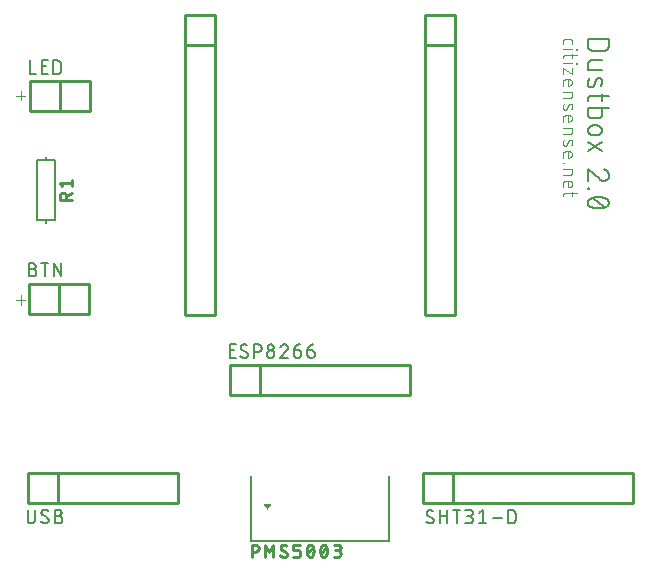
<source format=gbr>
G04 EAGLE Gerber RS-274X export*
G75*
%MOMM*%
%FSLAX34Y34*%
%LPD*%
%INSilkscreen Top*%
%IPPOS*%
%AMOC8*
5,1,8,0,0,1.08239X$1,22.5*%
G01*
%ADD10C,0.152400*%
%ADD11C,0.101600*%
%ADD12C,0.254000*%
%ADD13C,0.127000*%
%ADD14C,0.228600*%
%ADD15C,0.203200*%

G36*
X232683Y86493D02*
X232683Y86493D01*
X232717Y86490D01*
X232793Y86510D01*
X232870Y86522D01*
X232900Y86539D01*
X232934Y86548D01*
X232998Y86593D01*
X233066Y86631D01*
X233092Y86661D01*
X233117Y86678D01*
X233143Y86717D01*
X233192Y86770D01*
X235732Y90580D01*
X235742Y90603D01*
X235756Y90621D01*
X235757Y90623D01*
X235759Y90626D01*
X235787Y90707D01*
X235821Y90786D01*
X235823Y90813D01*
X235831Y90838D01*
X235829Y90924D01*
X235833Y91010D01*
X235825Y91036D01*
X235825Y91063D01*
X235792Y91142D01*
X235767Y91224D01*
X235750Y91246D01*
X235740Y91270D01*
X235682Y91334D01*
X235630Y91402D01*
X235607Y91416D01*
X235589Y91436D01*
X235512Y91475D01*
X235440Y91521D01*
X235413Y91526D01*
X235389Y91539D01*
X235259Y91558D01*
X235220Y91566D01*
X235213Y91565D01*
X235204Y91566D01*
X230124Y91566D01*
X230098Y91562D01*
X230071Y91564D01*
X229988Y91542D01*
X229903Y91527D01*
X229880Y91513D01*
X229854Y91506D01*
X229784Y91456D01*
X229710Y91412D01*
X229693Y91392D01*
X229671Y91376D01*
X229623Y91305D01*
X229569Y91238D01*
X229560Y91213D01*
X229545Y91191D01*
X229524Y91107D01*
X229497Y91026D01*
X229498Y90999D01*
X229491Y90973D01*
X229501Y90887D01*
X229503Y90801D01*
X229513Y90777D01*
X229516Y90750D01*
X229573Y90630D01*
X229588Y90594D01*
X229590Y90591D01*
X229591Y90589D01*
X229594Y90586D01*
X229596Y90580D01*
X232136Y86770D01*
X232190Y86714D01*
X232238Y86652D01*
X232268Y86634D01*
X232292Y86608D01*
X232362Y86575D01*
X232428Y86533D01*
X232463Y86526D01*
X232494Y86511D01*
X232571Y86504D01*
X232648Y86488D01*
X232683Y86493D01*
G37*
D10*
X503936Y484886D02*
X521716Y484886D01*
X521716Y479947D01*
X521714Y479808D01*
X521708Y479670D01*
X521699Y479532D01*
X521685Y479394D01*
X521668Y479257D01*
X521646Y479120D01*
X521621Y478983D01*
X521592Y478848D01*
X521559Y478713D01*
X521523Y478580D01*
X521483Y478447D01*
X521439Y478316D01*
X521391Y478186D01*
X521340Y478057D01*
X521285Y477930D01*
X521227Y477804D01*
X521165Y477680D01*
X521100Y477558D01*
X521031Y477438D01*
X520959Y477319D01*
X520884Y477203D01*
X520805Y477089D01*
X520723Y476977D01*
X520638Y476868D01*
X520551Y476760D01*
X520460Y476656D01*
X520366Y476554D01*
X520269Y476455D01*
X520170Y476358D01*
X520068Y476264D01*
X519964Y476173D01*
X519856Y476086D01*
X519747Y476001D01*
X519635Y475919D01*
X519521Y475840D01*
X519405Y475765D01*
X519286Y475693D01*
X519166Y475624D01*
X519044Y475559D01*
X518920Y475497D01*
X518794Y475439D01*
X518667Y475384D01*
X518538Y475333D01*
X518408Y475285D01*
X518277Y475241D01*
X518144Y475201D01*
X518011Y475165D01*
X517876Y475132D01*
X517741Y475103D01*
X517604Y475078D01*
X517467Y475056D01*
X517330Y475039D01*
X517192Y475025D01*
X517054Y475016D01*
X516916Y475010D01*
X516777Y475008D01*
X508875Y475008D01*
X508736Y475010D01*
X508598Y475016D01*
X508460Y475025D01*
X508322Y475039D01*
X508185Y475056D01*
X508048Y475078D01*
X507911Y475103D01*
X507776Y475132D01*
X507641Y475165D01*
X507508Y475201D01*
X507375Y475241D01*
X507244Y475285D01*
X507114Y475333D01*
X506985Y475384D01*
X506858Y475439D01*
X506732Y475497D01*
X506608Y475559D01*
X506486Y475624D01*
X506366Y475693D01*
X506247Y475765D01*
X506131Y475840D01*
X506017Y475919D01*
X505905Y476001D01*
X505796Y476086D01*
X505688Y476173D01*
X505584Y476264D01*
X505482Y476358D01*
X505383Y476455D01*
X505286Y476554D01*
X505192Y476656D01*
X505101Y476760D01*
X505014Y476868D01*
X504929Y476977D01*
X504847Y477089D01*
X504768Y477203D01*
X504693Y477319D01*
X504621Y477438D01*
X504552Y477558D01*
X504487Y477680D01*
X504425Y477804D01*
X504367Y477930D01*
X504312Y478057D01*
X504261Y478186D01*
X504213Y478316D01*
X504169Y478447D01*
X504129Y478580D01*
X504093Y478713D01*
X504060Y478848D01*
X504031Y478983D01*
X504006Y479120D01*
X503984Y479257D01*
X503967Y479394D01*
X503953Y479532D01*
X503944Y479670D01*
X503938Y479808D01*
X503936Y479947D01*
X503936Y484886D01*
X506899Y467148D02*
X515789Y467148D01*
X506899Y467147D02*
X506793Y467145D01*
X506688Y467139D01*
X506582Y467130D01*
X506477Y467117D01*
X506373Y467100D01*
X506269Y467079D01*
X506166Y467055D01*
X506064Y467027D01*
X505963Y466995D01*
X505864Y466960D01*
X505765Y466921D01*
X505668Y466879D01*
X505573Y466834D01*
X505479Y466785D01*
X505387Y466732D01*
X505297Y466677D01*
X505209Y466618D01*
X505123Y466556D01*
X505040Y466491D01*
X504959Y466423D01*
X504880Y466353D01*
X504804Y466279D01*
X504730Y466203D01*
X504660Y466124D01*
X504592Y466043D01*
X504527Y465960D01*
X504465Y465874D01*
X504406Y465786D01*
X504351Y465696D01*
X504298Y465604D01*
X504249Y465510D01*
X504204Y465415D01*
X504162Y465318D01*
X504123Y465219D01*
X504088Y465120D01*
X504056Y465019D01*
X504028Y464917D01*
X504004Y464814D01*
X503983Y464710D01*
X503966Y464606D01*
X503953Y464501D01*
X503944Y464395D01*
X503938Y464290D01*
X503936Y464184D01*
X503936Y459246D01*
X515789Y459246D01*
X510850Y450591D02*
X508875Y445652D01*
X510850Y450591D02*
X510889Y450683D01*
X510932Y450774D01*
X510978Y450863D01*
X511027Y450950D01*
X511080Y451035D01*
X511136Y451118D01*
X511196Y451198D01*
X511258Y451277D01*
X511324Y451352D01*
X511392Y451425D01*
X511463Y451496D01*
X511537Y451563D01*
X511613Y451628D01*
X511692Y451690D01*
X511774Y451748D01*
X511857Y451803D01*
X511943Y451855D01*
X512030Y451904D01*
X512120Y451949D01*
X512211Y451990D01*
X512303Y452028D01*
X512397Y452063D01*
X512493Y452093D01*
X512589Y452120D01*
X512687Y452143D01*
X512785Y452162D01*
X512884Y452178D01*
X512983Y452189D01*
X513083Y452197D01*
X513183Y452201D01*
X513283Y452200D01*
X513383Y452196D01*
X513483Y452188D01*
X513582Y452176D01*
X513681Y452161D01*
X513779Y452141D01*
X513877Y452118D01*
X513973Y452090D01*
X514068Y452059D01*
X514162Y452025D01*
X514254Y451986D01*
X514345Y451944D01*
X514435Y451899D01*
X514522Y451850D01*
X514607Y451798D01*
X514691Y451742D01*
X514772Y451684D01*
X514850Y451622D01*
X514926Y451557D01*
X515000Y451489D01*
X515071Y451418D01*
X515139Y451345D01*
X515204Y451269D01*
X515266Y451190D01*
X515325Y451110D01*
X515381Y451026D01*
X515434Y450941D01*
X515483Y450854D01*
X515529Y450765D01*
X515571Y450674D01*
X515610Y450582D01*
X515645Y450488D01*
X515676Y450393D01*
X515703Y450297D01*
X515727Y450200D01*
X515747Y450101D01*
X515763Y450003D01*
X515775Y449903D01*
X515784Y449804D01*
X515788Y449704D01*
X515789Y449603D01*
X515790Y449603D02*
X515783Y449333D01*
X515769Y449064D01*
X515749Y448795D01*
X515723Y448526D01*
X515690Y448259D01*
X515650Y447992D01*
X515604Y447726D01*
X515552Y447461D01*
X515494Y447198D01*
X515429Y446936D01*
X515358Y446676D01*
X515281Y446418D01*
X515197Y446161D01*
X515107Y445907D01*
X515012Y445655D01*
X514910Y445405D01*
X514802Y445158D01*
X508875Y445652D02*
X508836Y445560D01*
X508793Y445469D01*
X508747Y445380D01*
X508698Y445293D01*
X508645Y445208D01*
X508589Y445125D01*
X508529Y445045D01*
X508467Y444966D01*
X508401Y444891D01*
X508333Y444818D01*
X508262Y444747D01*
X508188Y444680D01*
X508112Y444615D01*
X508033Y444553D01*
X507951Y444495D01*
X507868Y444440D01*
X507782Y444388D01*
X507695Y444339D01*
X507605Y444294D01*
X507514Y444253D01*
X507422Y444215D01*
X507328Y444180D01*
X507232Y444150D01*
X507136Y444123D01*
X507038Y444100D01*
X506940Y444081D01*
X506841Y444065D01*
X506742Y444054D01*
X506642Y444046D01*
X506542Y444042D01*
X506442Y444043D01*
X506342Y444047D01*
X506242Y444055D01*
X506143Y444067D01*
X506044Y444082D01*
X505946Y444102D01*
X505848Y444125D01*
X505752Y444153D01*
X505657Y444184D01*
X505563Y444218D01*
X505471Y444257D01*
X505380Y444299D01*
X505290Y444344D01*
X505203Y444393D01*
X505118Y444445D01*
X505034Y444501D01*
X504953Y444559D01*
X504875Y444621D01*
X504799Y444686D01*
X504725Y444754D01*
X504654Y444825D01*
X504586Y444898D01*
X504521Y444974D01*
X504459Y445053D01*
X504400Y445133D01*
X504344Y445217D01*
X504291Y445302D01*
X504242Y445389D01*
X504196Y445478D01*
X504154Y445569D01*
X504115Y445661D01*
X504080Y445755D01*
X504049Y445850D01*
X504022Y445946D01*
X503998Y446043D01*
X503978Y446142D01*
X503962Y446240D01*
X503950Y446340D01*
X503941Y446439D01*
X503937Y446539D01*
X503936Y446640D01*
X503936Y446639D02*
X503946Y447035D01*
X503966Y447431D01*
X503995Y447826D01*
X504033Y448221D01*
X504081Y448614D01*
X504138Y449006D01*
X504204Y449397D01*
X504280Y449786D01*
X504364Y450173D01*
X504458Y450558D01*
X504561Y450940D01*
X504673Y451321D01*
X504794Y451698D01*
X504923Y452072D01*
X515789Y438910D02*
X515789Y432983D01*
X521716Y436935D02*
X506899Y436935D01*
X506899Y436934D02*
X506793Y436932D01*
X506688Y436926D01*
X506582Y436917D01*
X506477Y436904D01*
X506373Y436887D01*
X506269Y436866D01*
X506166Y436842D01*
X506064Y436814D01*
X505963Y436782D01*
X505864Y436747D01*
X505765Y436708D01*
X505668Y436666D01*
X505573Y436621D01*
X505479Y436572D01*
X505387Y436519D01*
X505297Y436464D01*
X505209Y436405D01*
X505123Y436343D01*
X505040Y436278D01*
X504959Y436210D01*
X504880Y436140D01*
X504804Y436066D01*
X504730Y435990D01*
X504660Y435911D01*
X504592Y435830D01*
X504527Y435747D01*
X504465Y435661D01*
X504406Y435573D01*
X504351Y435483D01*
X504298Y435391D01*
X504249Y435297D01*
X504204Y435202D01*
X504162Y435105D01*
X504123Y435006D01*
X504088Y434907D01*
X504056Y434806D01*
X504028Y434704D01*
X504004Y434601D01*
X503983Y434497D01*
X503966Y434393D01*
X503953Y434288D01*
X503944Y434182D01*
X503938Y434077D01*
X503936Y433971D01*
X503936Y432983D01*
X503936Y426320D02*
X521716Y426320D01*
X503936Y426320D02*
X503936Y421381D01*
X503938Y421273D01*
X503944Y421165D01*
X503954Y421057D01*
X503968Y420950D01*
X503985Y420843D01*
X504007Y420737D01*
X504032Y420632D01*
X504062Y420527D01*
X504095Y420424D01*
X504132Y420323D01*
X504172Y420222D01*
X504216Y420123D01*
X504264Y420026D01*
X504315Y419931D01*
X504370Y419837D01*
X504428Y419746D01*
X504489Y419657D01*
X504554Y419570D01*
X504621Y419486D01*
X504692Y419404D01*
X504766Y419324D01*
X504842Y419248D01*
X504922Y419174D01*
X505004Y419104D01*
X505088Y419036D01*
X505175Y418971D01*
X505264Y418910D01*
X505355Y418852D01*
X505449Y418797D01*
X505544Y418746D01*
X505641Y418698D01*
X505740Y418654D01*
X505840Y418614D01*
X505942Y418577D01*
X506045Y418544D01*
X506150Y418514D01*
X506255Y418489D01*
X506361Y418467D01*
X506468Y418450D01*
X506575Y418436D01*
X506683Y418426D01*
X506791Y418420D01*
X506899Y418418D01*
X512826Y418418D01*
X512932Y418420D01*
X513037Y418426D01*
X513143Y418435D01*
X513248Y418448D01*
X513352Y418465D01*
X513456Y418486D01*
X513559Y418510D01*
X513661Y418538D01*
X513762Y418570D01*
X513861Y418605D01*
X513960Y418644D01*
X514057Y418686D01*
X514152Y418731D01*
X514246Y418780D01*
X514338Y418833D01*
X514428Y418888D01*
X514516Y418947D01*
X514602Y419009D01*
X514685Y419074D01*
X514766Y419142D01*
X514845Y419212D01*
X514921Y419286D01*
X514995Y419362D01*
X515065Y419441D01*
X515133Y419522D01*
X515198Y419605D01*
X515260Y419691D01*
X515319Y419779D01*
X515374Y419869D01*
X515427Y419961D01*
X515476Y420055D01*
X515521Y420150D01*
X515563Y420247D01*
X515602Y420346D01*
X515637Y420445D01*
X515669Y420546D01*
X515697Y420648D01*
X515721Y420751D01*
X515742Y420855D01*
X515759Y420959D01*
X515772Y421064D01*
X515781Y421170D01*
X515787Y421275D01*
X515789Y421381D01*
X515789Y426320D01*
X511838Y411871D02*
X507887Y411871D01*
X511838Y411871D02*
X511962Y411869D01*
X512086Y411863D01*
X512210Y411853D01*
X512333Y411840D01*
X512456Y411822D01*
X512578Y411801D01*
X512700Y411776D01*
X512821Y411747D01*
X512940Y411714D01*
X513059Y411678D01*
X513176Y411637D01*
X513292Y411594D01*
X513407Y411546D01*
X513520Y411495D01*
X513632Y411440D01*
X513741Y411382D01*
X513849Y411321D01*
X513955Y411256D01*
X514059Y411188D01*
X514160Y411116D01*
X514260Y411042D01*
X514356Y410964D01*
X514451Y410884D01*
X514543Y410800D01*
X514632Y410714D01*
X514718Y410625D01*
X514802Y410533D01*
X514882Y410438D01*
X514960Y410342D01*
X515034Y410242D01*
X515106Y410141D01*
X515174Y410037D01*
X515239Y409931D01*
X515300Y409823D01*
X515358Y409714D01*
X515413Y409602D01*
X515464Y409489D01*
X515512Y409374D01*
X515555Y409258D01*
X515596Y409141D01*
X515632Y409022D01*
X515665Y408903D01*
X515694Y408782D01*
X515719Y408660D01*
X515740Y408538D01*
X515758Y408415D01*
X515771Y408292D01*
X515781Y408168D01*
X515787Y408044D01*
X515789Y407920D01*
X515787Y407796D01*
X515781Y407672D01*
X515771Y407548D01*
X515758Y407425D01*
X515740Y407302D01*
X515719Y407180D01*
X515694Y407058D01*
X515665Y406937D01*
X515632Y406818D01*
X515596Y406699D01*
X515555Y406582D01*
X515512Y406466D01*
X515464Y406351D01*
X515413Y406238D01*
X515358Y406126D01*
X515300Y406017D01*
X515239Y405909D01*
X515174Y405803D01*
X515106Y405699D01*
X515034Y405598D01*
X514960Y405498D01*
X514882Y405402D01*
X514802Y405307D01*
X514718Y405215D01*
X514632Y405126D01*
X514543Y405040D01*
X514451Y404956D01*
X514356Y404876D01*
X514260Y404798D01*
X514160Y404724D01*
X514059Y404652D01*
X513955Y404584D01*
X513849Y404519D01*
X513741Y404458D01*
X513632Y404400D01*
X513520Y404345D01*
X513407Y404294D01*
X513292Y404246D01*
X513176Y404203D01*
X513059Y404162D01*
X512940Y404126D01*
X512821Y404093D01*
X512700Y404064D01*
X512578Y404039D01*
X512456Y404018D01*
X512333Y404000D01*
X512210Y403987D01*
X512086Y403977D01*
X511962Y403971D01*
X511838Y403969D01*
X507887Y403969D01*
X507763Y403971D01*
X507639Y403977D01*
X507515Y403987D01*
X507392Y404000D01*
X507269Y404018D01*
X507147Y404039D01*
X507025Y404064D01*
X506904Y404093D01*
X506785Y404126D01*
X506666Y404162D01*
X506549Y404203D01*
X506433Y404246D01*
X506318Y404294D01*
X506205Y404345D01*
X506093Y404400D01*
X505984Y404458D01*
X505876Y404519D01*
X505770Y404584D01*
X505666Y404652D01*
X505565Y404724D01*
X505465Y404798D01*
X505369Y404876D01*
X505274Y404956D01*
X505182Y405040D01*
X505093Y405126D01*
X505007Y405215D01*
X504923Y405307D01*
X504843Y405402D01*
X504765Y405498D01*
X504691Y405598D01*
X504619Y405699D01*
X504551Y405803D01*
X504486Y405909D01*
X504425Y406017D01*
X504367Y406126D01*
X504312Y406238D01*
X504261Y406351D01*
X504213Y406466D01*
X504170Y406582D01*
X504129Y406699D01*
X504093Y406818D01*
X504060Y406937D01*
X504031Y407058D01*
X504006Y407180D01*
X503985Y407302D01*
X503967Y407425D01*
X503954Y407548D01*
X503944Y407672D01*
X503938Y407796D01*
X503936Y407920D01*
X503938Y408044D01*
X503944Y408168D01*
X503954Y408292D01*
X503967Y408415D01*
X503985Y408538D01*
X504006Y408660D01*
X504031Y408782D01*
X504060Y408903D01*
X504093Y409022D01*
X504129Y409141D01*
X504170Y409258D01*
X504213Y409374D01*
X504261Y409489D01*
X504312Y409602D01*
X504367Y409714D01*
X504425Y409823D01*
X504486Y409931D01*
X504551Y410037D01*
X504619Y410141D01*
X504691Y410242D01*
X504765Y410342D01*
X504843Y410438D01*
X504923Y410533D01*
X505007Y410625D01*
X505093Y410714D01*
X505182Y410800D01*
X505274Y410884D01*
X505369Y410964D01*
X505465Y411042D01*
X505565Y411116D01*
X505666Y411188D01*
X505770Y411256D01*
X505876Y411321D01*
X505984Y411382D01*
X506093Y411440D01*
X506205Y411495D01*
X506318Y411546D01*
X506433Y411594D01*
X506549Y411637D01*
X506666Y411678D01*
X506785Y411714D01*
X506904Y411747D01*
X507025Y411776D01*
X507147Y411801D01*
X507269Y411822D01*
X507392Y411840D01*
X507515Y411853D01*
X507639Y411863D01*
X507763Y411869D01*
X507887Y411871D01*
X503936Y397913D02*
X515789Y390010D01*
X515789Y397913D02*
X503936Y390010D01*
X521716Y369459D02*
X521714Y369327D01*
X521708Y369196D01*
X521698Y369064D01*
X521685Y368933D01*
X521667Y368803D01*
X521646Y368673D01*
X521621Y368543D01*
X521592Y368415D01*
X521559Y368287D01*
X521522Y368161D01*
X521482Y368035D01*
X521438Y367911D01*
X521390Y367788D01*
X521339Y367667D01*
X521284Y367547D01*
X521226Y367429D01*
X521164Y367313D01*
X521098Y367199D01*
X521030Y367086D01*
X520958Y366976D01*
X520883Y366868D01*
X520804Y366762D01*
X520723Y366658D01*
X520638Y366557D01*
X520551Y366459D01*
X520460Y366363D01*
X520367Y366270D01*
X520271Y366179D01*
X520173Y366092D01*
X520072Y366007D01*
X519968Y365926D01*
X519862Y365847D01*
X519754Y365772D01*
X519644Y365700D01*
X519531Y365632D01*
X519417Y365566D01*
X519301Y365504D01*
X519183Y365446D01*
X519063Y365391D01*
X518942Y365340D01*
X518819Y365292D01*
X518695Y365248D01*
X518569Y365208D01*
X518443Y365171D01*
X518315Y365138D01*
X518187Y365109D01*
X518057Y365084D01*
X517927Y365063D01*
X517797Y365045D01*
X517666Y365032D01*
X517534Y365022D01*
X517403Y365016D01*
X517271Y365014D01*
X521716Y369459D02*
X521714Y369609D01*
X521708Y369758D01*
X521698Y369907D01*
X521685Y370056D01*
X521667Y370205D01*
X521646Y370353D01*
X521620Y370501D01*
X521591Y370647D01*
X521558Y370793D01*
X521521Y370938D01*
X521480Y371082D01*
X521436Y371225D01*
X521388Y371367D01*
X521336Y371507D01*
X521281Y371646D01*
X521222Y371784D01*
X521159Y371919D01*
X521093Y372054D01*
X521023Y372186D01*
X520950Y372316D01*
X520873Y372445D01*
X520793Y372572D01*
X520710Y372696D01*
X520624Y372818D01*
X520534Y372938D01*
X520441Y373055D01*
X520346Y373170D01*
X520247Y373283D01*
X520145Y373393D01*
X520041Y373500D01*
X519934Y373604D01*
X519824Y373706D01*
X519711Y373804D01*
X519596Y373900D01*
X519478Y373992D01*
X519358Y374082D01*
X519236Y374168D01*
X519112Y374251D01*
X518985Y374331D01*
X518857Y374407D01*
X518726Y374480D01*
X518593Y374550D01*
X518459Y374616D01*
X518323Y374678D01*
X518186Y374737D01*
X518047Y374793D01*
X517906Y374844D01*
X517765Y374892D01*
X513814Y366496D02*
X513907Y366400D01*
X514003Y366308D01*
X514102Y366218D01*
X514203Y366131D01*
X514306Y366047D01*
X514411Y365965D01*
X514519Y365887D01*
X514629Y365812D01*
X514741Y365739D01*
X514855Y365670D01*
X514971Y365604D01*
X515089Y365542D01*
X515208Y365483D01*
X515329Y365427D01*
X515452Y365374D01*
X515576Y365325D01*
X515701Y365280D01*
X515828Y365237D01*
X515955Y365199D01*
X516084Y365164D01*
X516213Y365133D01*
X516344Y365105D01*
X516475Y365081D01*
X516607Y365060D01*
X516739Y365044D01*
X516872Y365031D01*
X517005Y365021D01*
X517138Y365016D01*
X517271Y365014D01*
X513814Y366495D02*
X503936Y374891D01*
X503936Y365014D01*
X503936Y358721D02*
X504924Y358721D01*
X504924Y357733D01*
X503936Y357733D01*
X503936Y358721D01*
X512826Y351441D02*
X513176Y351437D01*
X513525Y351424D01*
X513874Y351403D01*
X514223Y351374D01*
X514571Y351337D01*
X514918Y351291D01*
X515263Y351237D01*
X515607Y351175D01*
X515950Y351104D01*
X516291Y351025D01*
X516630Y350939D01*
X516966Y350844D01*
X517301Y350741D01*
X517632Y350630D01*
X517962Y350512D01*
X518288Y350385D01*
X518611Y350251D01*
X518930Y350109D01*
X519247Y349959D01*
X519246Y349959D02*
X519359Y349919D01*
X519469Y349875D01*
X519579Y349827D01*
X519686Y349776D01*
X519792Y349721D01*
X519897Y349663D01*
X519999Y349601D01*
X520099Y349536D01*
X520197Y349468D01*
X520293Y349397D01*
X520386Y349322D01*
X520477Y349245D01*
X520565Y349165D01*
X520650Y349082D01*
X520733Y348996D01*
X520813Y348907D01*
X520890Y348816D01*
X520964Y348722D01*
X521035Y348626D01*
X521103Y348528D01*
X521167Y348428D01*
X521229Y348325D01*
X521286Y348221D01*
X521341Y348115D01*
X521392Y348007D01*
X521439Y347897D01*
X521483Y347786D01*
X521523Y347674D01*
X521559Y347560D01*
X521592Y347446D01*
X521621Y347330D01*
X521646Y347213D01*
X521667Y347096D01*
X521685Y346978D01*
X521698Y346859D01*
X521708Y346740D01*
X521714Y346621D01*
X521716Y346502D01*
X521714Y346383D01*
X521708Y346264D01*
X521698Y346145D01*
X521685Y346026D01*
X521667Y345908D01*
X521646Y345791D01*
X521621Y345674D01*
X521592Y345558D01*
X521559Y345444D01*
X521523Y345330D01*
X521483Y345218D01*
X521439Y345107D01*
X521392Y344997D01*
X521341Y344889D01*
X521286Y344783D01*
X521229Y344679D01*
X521167Y344576D01*
X521103Y344476D01*
X521035Y344378D01*
X520964Y344282D01*
X520890Y344188D01*
X520813Y344097D01*
X520733Y344008D01*
X520650Y343923D01*
X520565Y343839D01*
X520477Y343759D01*
X520386Y343682D01*
X520293Y343607D01*
X520197Y343536D01*
X520099Y343468D01*
X519999Y343403D01*
X519897Y343341D01*
X519792Y343283D01*
X519687Y343228D01*
X519579Y343177D01*
X519469Y343129D01*
X519359Y343085D01*
X519246Y343045D01*
X519247Y343045D02*
X518930Y342895D01*
X518611Y342753D01*
X518288Y342619D01*
X517962Y342492D01*
X517632Y342374D01*
X517301Y342263D01*
X516966Y342160D01*
X516630Y342065D01*
X516291Y341979D01*
X515950Y341900D01*
X515607Y341829D01*
X515263Y341767D01*
X514918Y341713D01*
X514571Y341667D01*
X514223Y341630D01*
X513874Y341601D01*
X513525Y341580D01*
X513176Y341567D01*
X512826Y341563D01*
X512826Y351441D02*
X512476Y351437D01*
X512127Y351424D01*
X511778Y351403D01*
X511429Y351374D01*
X511081Y351337D01*
X510734Y351291D01*
X510389Y351237D01*
X510045Y351175D01*
X509702Y351104D01*
X509361Y351025D01*
X509022Y350939D01*
X508686Y350844D01*
X508351Y350741D01*
X508020Y350630D01*
X507691Y350512D01*
X507364Y350385D01*
X507041Y350251D01*
X506722Y350109D01*
X506406Y349959D01*
X506293Y349919D01*
X506183Y349875D01*
X506073Y349827D01*
X505966Y349776D01*
X505860Y349721D01*
X505755Y349663D01*
X505653Y349601D01*
X505553Y349536D01*
X505455Y349468D01*
X505359Y349397D01*
X505266Y349322D01*
X505175Y349245D01*
X505087Y349165D01*
X505002Y349082D01*
X504919Y348996D01*
X504839Y348907D01*
X504762Y348816D01*
X504688Y348722D01*
X504617Y348626D01*
X504549Y348528D01*
X504485Y348428D01*
X504423Y348325D01*
X504366Y348221D01*
X504311Y348115D01*
X504260Y348007D01*
X504213Y347897D01*
X504169Y347786D01*
X504129Y347674D01*
X504093Y347560D01*
X504060Y347446D01*
X504031Y347330D01*
X504006Y347213D01*
X503985Y347096D01*
X503967Y346978D01*
X503954Y346859D01*
X503944Y346740D01*
X503938Y346621D01*
X503936Y346502D01*
X506406Y343045D02*
X506722Y342895D01*
X507041Y342753D01*
X507364Y342619D01*
X507691Y342492D01*
X508020Y342374D01*
X508351Y342263D01*
X508686Y342160D01*
X509022Y342065D01*
X509361Y341979D01*
X509702Y341900D01*
X510045Y341829D01*
X510389Y341767D01*
X510734Y341713D01*
X511081Y341667D01*
X511429Y341630D01*
X511778Y341601D01*
X512127Y341580D01*
X512476Y341567D01*
X512826Y341563D01*
X506406Y343045D02*
X506293Y343085D01*
X506183Y343129D01*
X506073Y343177D01*
X505965Y343228D01*
X505859Y343283D01*
X505755Y343341D01*
X505653Y343403D01*
X505553Y343468D01*
X505455Y343536D01*
X505359Y343607D01*
X505266Y343682D01*
X505175Y343759D01*
X505087Y343839D01*
X505002Y343923D01*
X504919Y344008D01*
X504839Y344097D01*
X504762Y344188D01*
X504688Y344282D01*
X504617Y344378D01*
X504549Y344476D01*
X504485Y344576D01*
X504423Y344679D01*
X504365Y344783D01*
X504311Y344889D01*
X504260Y344997D01*
X504213Y345107D01*
X504169Y345218D01*
X504129Y345330D01*
X504093Y345444D01*
X504060Y345558D01*
X504031Y345674D01*
X504006Y345791D01*
X503985Y345908D01*
X503967Y346026D01*
X503954Y346145D01*
X503944Y346264D01*
X503938Y346383D01*
X503936Y346502D01*
X507887Y350453D02*
X517765Y342551D01*
D11*
X482854Y480596D02*
X482854Y483193D01*
X482856Y483280D01*
X482862Y483368D01*
X482872Y483454D01*
X482885Y483541D01*
X482903Y483626D01*
X482924Y483711D01*
X482949Y483795D01*
X482978Y483877D01*
X483011Y483958D01*
X483047Y484038D01*
X483086Y484116D01*
X483130Y484192D01*
X483176Y484266D01*
X483226Y484337D01*
X483279Y484407D01*
X483335Y484474D01*
X483394Y484538D01*
X483456Y484600D01*
X483520Y484659D01*
X483587Y484715D01*
X483657Y484768D01*
X483728Y484818D01*
X483802Y484864D01*
X483878Y484908D01*
X483956Y484947D01*
X484036Y484983D01*
X484117Y485016D01*
X484199Y485045D01*
X484283Y485070D01*
X484368Y485091D01*
X484453Y485109D01*
X484540Y485122D01*
X484626Y485132D01*
X484714Y485138D01*
X484801Y485140D01*
X488696Y485140D01*
X488783Y485138D01*
X488871Y485132D01*
X488957Y485122D01*
X489044Y485109D01*
X489129Y485091D01*
X489214Y485070D01*
X489298Y485045D01*
X489380Y485016D01*
X489461Y484983D01*
X489541Y484947D01*
X489619Y484908D01*
X489695Y484864D01*
X489769Y484818D01*
X489840Y484768D01*
X489910Y484715D01*
X489977Y484659D01*
X490041Y484600D01*
X490103Y484538D01*
X490162Y484474D01*
X490218Y484407D01*
X490271Y484337D01*
X490321Y484266D01*
X490367Y484192D01*
X490411Y484116D01*
X490450Y484038D01*
X490486Y483958D01*
X490519Y483877D01*
X490548Y483795D01*
X490573Y483711D01*
X490594Y483626D01*
X490612Y483541D01*
X490625Y483454D01*
X490635Y483368D01*
X490641Y483280D01*
X490643Y483193D01*
X490643Y480596D01*
X490643Y476461D02*
X482854Y476461D01*
X493889Y476785D02*
X494538Y476785D01*
X494538Y476136D01*
X493889Y476136D01*
X493889Y476785D01*
X490643Y472786D02*
X490643Y468891D01*
X494538Y471487D02*
X484801Y471487D01*
X484714Y471485D01*
X484626Y471479D01*
X484540Y471469D01*
X484453Y471456D01*
X484368Y471438D01*
X484283Y471417D01*
X484199Y471392D01*
X484117Y471363D01*
X484036Y471330D01*
X483956Y471294D01*
X483878Y471255D01*
X483802Y471211D01*
X483728Y471165D01*
X483657Y471115D01*
X483587Y471062D01*
X483520Y471006D01*
X483456Y470947D01*
X483394Y470885D01*
X483335Y470821D01*
X483279Y470754D01*
X483226Y470684D01*
X483176Y470613D01*
X483130Y470539D01*
X483086Y470463D01*
X483047Y470385D01*
X483011Y470305D01*
X482978Y470224D01*
X482949Y470142D01*
X482924Y470058D01*
X482903Y469973D01*
X482885Y469888D01*
X482872Y469801D01*
X482862Y469715D01*
X482856Y469627D01*
X482854Y469540D01*
X482854Y468891D01*
X482854Y464650D02*
X490643Y464650D01*
X493889Y464975D02*
X494538Y464975D01*
X494538Y464325D01*
X493889Y464325D01*
X493889Y464975D01*
X490643Y460388D02*
X490643Y455196D01*
X482854Y460388D01*
X482854Y455196D01*
X482854Y448916D02*
X482854Y445671D01*
X482854Y448916D02*
X482856Y449003D01*
X482862Y449091D01*
X482872Y449177D01*
X482885Y449264D01*
X482903Y449349D01*
X482924Y449434D01*
X482949Y449518D01*
X482978Y449600D01*
X483011Y449681D01*
X483047Y449761D01*
X483086Y449839D01*
X483130Y449915D01*
X483176Y449989D01*
X483226Y450060D01*
X483279Y450130D01*
X483335Y450197D01*
X483394Y450261D01*
X483456Y450323D01*
X483520Y450382D01*
X483587Y450438D01*
X483657Y450491D01*
X483728Y450541D01*
X483802Y450587D01*
X483878Y450631D01*
X483956Y450670D01*
X484036Y450706D01*
X484117Y450739D01*
X484199Y450768D01*
X484283Y450793D01*
X484368Y450814D01*
X484453Y450832D01*
X484540Y450845D01*
X484626Y450855D01*
X484714Y450861D01*
X484801Y450863D01*
X488047Y450863D01*
X488148Y450861D01*
X488248Y450855D01*
X488348Y450845D01*
X488448Y450832D01*
X488547Y450814D01*
X488646Y450793D01*
X488743Y450768D01*
X488840Y450739D01*
X488935Y450706D01*
X489029Y450670D01*
X489121Y450630D01*
X489212Y450587D01*
X489301Y450540D01*
X489388Y450490D01*
X489474Y450436D01*
X489557Y450379D01*
X489637Y450319D01*
X489716Y450256D01*
X489792Y450189D01*
X489865Y450120D01*
X489935Y450048D01*
X490003Y449974D01*
X490068Y449897D01*
X490129Y449817D01*
X490188Y449735D01*
X490243Y449651D01*
X490295Y449565D01*
X490344Y449477D01*
X490389Y449387D01*
X490431Y449295D01*
X490469Y449202D01*
X490503Y449107D01*
X490534Y449012D01*
X490561Y448915D01*
X490584Y448817D01*
X490604Y448718D01*
X490619Y448618D01*
X490631Y448518D01*
X490639Y448418D01*
X490643Y448317D01*
X490643Y448217D01*
X490639Y448116D01*
X490631Y448016D01*
X490619Y447916D01*
X490604Y447816D01*
X490584Y447717D01*
X490561Y447619D01*
X490534Y447522D01*
X490503Y447427D01*
X490469Y447332D01*
X490431Y447239D01*
X490389Y447147D01*
X490344Y447057D01*
X490295Y446969D01*
X490243Y446883D01*
X490188Y446799D01*
X490129Y446717D01*
X490068Y446637D01*
X490003Y446560D01*
X489935Y446486D01*
X489865Y446414D01*
X489792Y446345D01*
X489716Y446278D01*
X489637Y446215D01*
X489557Y446155D01*
X489474Y446098D01*
X489388Y446044D01*
X489301Y445994D01*
X489212Y445947D01*
X489121Y445904D01*
X489029Y445864D01*
X488935Y445828D01*
X488840Y445795D01*
X488743Y445766D01*
X488646Y445741D01*
X488547Y445720D01*
X488448Y445702D01*
X488348Y445689D01*
X488248Y445679D01*
X488148Y445673D01*
X488047Y445671D01*
X486749Y445671D01*
X486749Y450863D01*
X482854Y440576D02*
X490643Y440576D01*
X490643Y437331D01*
X490641Y437244D01*
X490635Y437156D01*
X490625Y437070D01*
X490612Y436983D01*
X490594Y436898D01*
X490573Y436813D01*
X490548Y436729D01*
X490519Y436647D01*
X490486Y436566D01*
X490450Y436486D01*
X490411Y436408D01*
X490367Y436332D01*
X490321Y436258D01*
X490271Y436187D01*
X490218Y436117D01*
X490162Y436050D01*
X490103Y435986D01*
X490042Y435924D01*
X489977Y435865D01*
X489910Y435809D01*
X489840Y435756D01*
X489769Y435706D01*
X489695Y435660D01*
X489619Y435617D01*
X489541Y435577D01*
X489461Y435541D01*
X489380Y435508D01*
X489298Y435479D01*
X489214Y435454D01*
X489129Y435433D01*
X489044Y435415D01*
X488957Y435402D01*
X488871Y435392D01*
X488783Y435386D01*
X488696Y435384D01*
X482854Y435384D01*
X487398Y429316D02*
X486100Y426070D01*
X487397Y429316D02*
X487430Y429391D01*
X487466Y429465D01*
X487505Y429537D01*
X487548Y429607D01*
X487594Y429674D01*
X487644Y429740D01*
X487696Y429802D01*
X487752Y429863D01*
X487810Y429920D01*
X487871Y429975D01*
X487935Y430026D01*
X488001Y430074D01*
X488070Y430119D01*
X488140Y430161D01*
X488213Y430199D01*
X488287Y430234D01*
X488363Y430265D01*
X488440Y430292D01*
X488519Y430315D01*
X488598Y430335D01*
X488679Y430350D01*
X488760Y430362D01*
X488842Y430370D01*
X488923Y430374D01*
X489005Y430373D01*
X489087Y430369D01*
X489169Y430361D01*
X489250Y430349D01*
X489330Y430333D01*
X489410Y430313D01*
X489488Y430289D01*
X489565Y430261D01*
X489641Y430230D01*
X489715Y430195D01*
X489787Y430157D01*
X489858Y430115D01*
X489926Y430069D01*
X489992Y430021D01*
X490055Y429969D01*
X490116Y429914D01*
X490174Y429856D01*
X490230Y429796D01*
X490282Y429733D01*
X490331Y429667D01*
X490377Y429599D01*
X490419Y429529D01*
X490459Y429457D01*
X490494Y429383D01*
X490526Y429308D01*
X490554Y429231D01*
X490578Y429153D01*
X490599Y429073D01*
X490616Y428993D01*
X490628Y428912D01*
X490637Y428831D01*
X490642Y428749D01*
X490643Y428667D01*
X490639Y428490D01*
X490630Y428313D01*
X490616Y428136D01*
X490599Y427959D01*
X490577Y427784D01*
X490552Y427608D01*
X490521Y427434D01*
X490487Y427260D01*
X490449Y427087D01*
X490406Y426915D01*
X490359Y426744D01*
X490309Y426574D01*
X490254Y426405D01*
X490195Y426238D01*
X490132Y426073D01*
X490065Y425908D01*
X489994Y425746D01*
X486100Y426070D02*
X486067Y425995D01*
X486031Y425921D01*
X485992Y425849D01*
X485949Y425779D01*
X485903Y425712D01*
X485853Y425646D01*
X485801Y425584D01*
X485745Y425523D01*
X485687Y425466D01*
X485626Y425411D01*
X485562Y425360D01*
X485496Y425312D01*
X485427Y425267D01*
X485357Y425225D01*
X485284Y425187D01*
X485210Y425152D01*
X485134Y425121D01*
X485057Y425094D01*
X484978Y425071D01*
X484899Y425051D01*
X484818Y425036D01*
X484737Y425024D01*
X484655Y425016D01*
X484574Y425012D01*
X484492Y425013D01*
X484410Y425017D01*
X484328Y425025D01*
X484247Y425037D01*
X484167Y425053D01*
X484087Y425073D01*
X484009Y425097D01*
X483932Y425125D01*
X483856Y425156D01*
X483782Y425191D01*
X483710Y425229D01*
X483639Y425271D01*
X483571Y425317D01*
X483505Y425365D01*
X483442Y425417D01*
X483381Y425472D01*
X483323Y425530D01*
X483267Y425590D01*
X483215Y425653D01*
X483166Y425719D01*
X483120Y425787D01*
X483078Y425857D01*
X483038Y425929D01*
X483003Y426003D01*
X482971Y426078D01*
X482943Y426155D01*
X482919Y426233D01*
X482898Y426313D01*
X482881Y426393D01*
X482869Y426474D01*
X482860Y426555D01*
X482855Y426637D01*
X482854Y426719D01*
X482861Y426979D01*
X482874Y427239D01*
X482893Y427499D01*
X482918Y427758D01*
X482950Y428017D01*
X482987Y428274D01*
X483031Y428531D01*
X483080Y428787D01*
X483136Y429041D01*
X483197Y429294D01*
X483265Y429545D01*
X483339Y429795D01*
X483418Y430043D01*
X483503Y430289D01*
X482854Y418436D02*
X482854Y415191D01*
X482854Y418436D02*
X482856Y418523D01*
X482862Y418611D01*
X482872Y418697D01*
X482885Y418784D01*
X482903Y418869D01*
X482924Y418954D01*
X482949Y419038D01*
X482978Y419120D01*
X483011Y419201D01*
X483047Y419281D01*
X483086Y419359D01*
X483130Y419435D01*
X483176Y419509D01*
X483226Y419580D01*
X483279Y419650D01*
X483335Y419717D01*
X483394Y419781D01*
X483456Y419843D01*
X483520Y419902D01*
X483587Y419958D01*
X483657Y420011D01*
X483728Y420061D01*
X483802Y420107D01*
X483878Y420151D01*
X483956Y420190D01*
X484036Y420226D01*
X484117Y420259D01*
X484199Y420288D01*
X484283Y420313D01*
X484368Y420334D01*
X484453Y420352D01*
X484540Y420365D01*
X484626Y420375D01*
X484714Y420381D01*
X484801Y420383D01*
X488047Y420383D01*
X488148Y420381D01*
X488248Y420375D01*
X488348Y420365D01*
X488448Y420352D01*
X488547Y420334D01*
X488646Y420313D01*
X488743Y420288D01*
X488840Y420259D01*
X488935Y420226D01*
X489029Y420190D01*
X489121Y420150D01*
X489212Y420107D01*
X489301Y420060D01*
X489388Y420010D01*
X489474Y419956D01*
X489557Y419899D01*
X489637Y419839D01*
X489716Y419776D01*
X489792Y419709D01*
X489865Y419640D01*
X489935Y419568D01*
X490003Y419494D01*
X490068Y419417D01*
X490129Y419337D01*
X490188Y419255D01*
X490243Y419171D01*
X490295Y419085D01*
X490344Y418997D01*
X490389Y418907D01*
X490431Y418815D01*
X490469Y418722D01*
X490503Y418627D01*
X490534Y418532D01*
X490561Y418435D01*
X490584Y418337D01*
X490604Y418238D01*
X490619Y418138D01*
X490631Y418038D01*
X490639Y417938D01*
X490643Y417837D01*
X490643Y417737D01*
X490639Y417636D01*
X490631Y417536D01*
X490619Y417436D01*
X490604Y417336D01*
X490584Y417237D01*
X490561Y417139D01*
X490534Y417042D01*
X490503Y416947D01*
X490469Y416852D01*
X490431Y416759D01*
X490389Y416667D01*
X490344Y416577D01*
X490295Y416489D01*
X490243Y416403D01*
X490188Y416319D01*
X490129Y416237D01*
X490068Y416157D01*
X490003Y416080D01*
X489935Y416006D01*
X489865Y415934D01*
X489792Y415865D01*
X489716Y415798D01*
X489637Y415735D01*
X489557Y415675D01*
X489474Y415618D01*
X489388Y415564D01*
X489301Y415514D01*
X489212Y415467D01*
X489121Y415424D01*
X489029Y415384D01*
X488935Y415348D01*
X488840Y415315D01*
X488743Y415286D01*
X488646Y415261D01*
X488547Y415240D01*
X488448Y415222D01*
X488348Y415209D01*
X488248Y415199D01*
X488148Y415193D01*
X488047Y415191D01*
X486749Y415191D01*
X486749Y420383D01*
X482854Y410096D02*
X490643Y410096D01*
X490643Y406851D01*
X490641Y406764D01*
X490635Y406676D01*
X490625Y406590D01*
X490612Y406503D01*
X490594Y406418D01*
X490573Y406333D01*
X490548Y406249D01*
X490519Y406167D01*
X490486Y406086D01*
X490450Y406006D01*
X490411Y405928D01*
X490367Y405852D01*
X490321Y405778D01*
X490271Y405707D01*
X490218Y405637D01*
X490162Y405570D01*
X490103Y405506D01*
X490042Y405444D01*
X489977Y405385D01*
X489910Y405329D01*
X489840Y405276D01*
X489769Y405226D01*
X489695Y405180D01*
X489619Y405137D01*
X489541Y405097D01*
X489461Y405061D01*
X489380Y405028D01*
X489298Y404999D01*
X489214Y404974D01*
X489129Y404953D01*
X489044Y404935D01*
X488957Y404922D01*
X488871Y404912D01*
X488783Y404906D01*
X488696Y404904D01*
X482854Y404904D01*
X487398Y398836D02*
X486100Y395590D01*
X487397Y398836D02*
X487430Y398911D01*
X487466Y398985D01*
X487505Y399057D01*
X487548Y399127D01*
X487594Y399194D01*
X487644Y399260D01*
X487696Y399322D01*
X487752Y399383D01*
X487810Y399440D01*
X487871Y399495D01*
X487935Y399546D01*
X488001Y399594D01*
X488070Y399639D01*
X488140Y399681D01*
X488213Y399719D01*
X488287Y399754D01*
X488363Y399785D01*
X488440Y399812D01*
X488519Y399835D01*
X488598Y399855D01*
X488679Y399870D01*
X488760Y399882D01*
X488842Y399890D01*
X488923Y399894D01*
X489005Y399893D01*
X489087Y399889D01*
X489169Y399881D01*
X489250Y399869D01*
X489330Y399853D01*
X489410Y399833D01*
X489488Y399809D01*
X489565Y399781D01*
X489641Y399750D01*
X489715Y399715D01*
X489787Y399677D01*
X489858Y399635D01*
X489926Y399589D01*
X489992Y399541D01*
X490055Y399489D01*
X490116Y399434D01*
X490174Y399376D01*
X490230Y399316D01*
X490282Y399253D01*
X490331Y399187D01*
X490377Y399119D01*
X490419Y399049D01*
X490459Y398977D01*
X490494Y398903D01*
X490526Y398828D01*
X490554Y398751D01*
X490578Y398673D01*
X490599Y398593D01*
X490616Y398513D01*
X490628Y398432D01*
X490637Y398351D01*
X490642Y398269D01*
X490643Y398187D01*
X490639Y398010D01*
X490630Y397833D01*
X490616Y397656D01*
X490599Y397479D01*
X490577Y397304D01*
X490552Y397128D01*
X490521Y396954D01*
X490487Y396780D01*
X490449Y396607D01*
X490406Y396435D01*
X490359Y396264D01*
X490309Y396094D01*
X490254Y395925D01*
X490195Y395758D01*
X490132Y395593D01*
X490065Y395428D01*
X489994Y395266D01*
X486100Y395590D02*
X486067Y395515D01*
X486031Y395441D01*
X485992Y395369D01*
X485949Y395299D01*
X485903Y395232D01*
X485853Y395166D01*
X485801Y395104D01*
X485745Y395043D01*
X485687Y394986D01*
X485626Y394931D01*
X485562Y394880D01*
X485496Y394832D01*
X485427Y394787D01*
X485357Y394745D01*
X485284Y394707D01*
X485210Y394672D01*
X485134Y394641D01*
X485057Y394614D01*
X484978Y394591D01*
X484899Y394571D01*
X484818Y394556D01*
X484737Y394544D01*
X484655Y394536D01*
X484574Y394532D01*
X484492Y394533D01*
X484410Y394537D01*
X484328Y394545D01*
X484247Y394557D01*
X484167Y394573D01*
X484087Y394593D01*
X484009Y394617D01*
X483932Y394645D01*
X483856Y394676D01*
X483782Y394711D01*
X483710Y394749D01*
X483639Y394791D01*
X483571Y394837D01*
X483505Y394885D01*
X483442Y394937D01*
X483381Y394992D01*
X483323Y395050D01*
X483267Y395110D01*
X483215Y395173D01*
X483166Y395239D01*
X483120Y395307D01*
X483078Y395377D01*
X483038Y395449D01*
X483003Y395523D01*
X482971Y395598D01*
X482943Y395675D01*
X482919Y395753D01*
X482898Y395833D01*
X482881Y395913D01*
X482869Y395994D01*
X482860Y396075D01*
X482855Y396157D01*
X482854Y396239D01*
X482861Y396499D01*
X482874Y396759D01*
X482893Y397019D01*
X482918Y397278D01*
X482950Y397537D01*
X482987Y397794D01*
X483031Y398051D01*
X483080Y398307D01*
X483136Y398561D01*
X483197Y398814D01*
X483265Y399065D01*
X483339Y399315D01*
X483418Y399563D01*
X483503Y399809D01*
X482854Y387956D02*
X482854Y384711D01*
X482854Y387956D02*
X482856Y388043D01*
X482862Y388131D01*
X482872Y388217D01*
X482885Y388304D01*
X482903Y388389D01*
X482924Y388474D01*
X482949Y388558D01*
X482978Y388640D01*
X483011Y388721D01*
X483047Y388801D01*
X483086Y388879D01*
X483130Y388955D01*
X483176Y389029D01*
X483226Y389100D01*
X483279Y389170D01*
X483335Y389237D01*
X483394Y389301D01*
X483456Y389363D01*
X483520Y389422D01*
X483587Y389478D01*
X483657Y389531D01*
X483728Y389581D01*
X483802Y389627D01*
X483878Y389671D01*
X483956Y389710D01*
X484036Y389746D01*
X484117Y389779D01*
X484199Y389808D01*
X484283Y389833D01*
X484368Y389854D01*
X484453Y389872D01*
X484540Y389885D01*
X484626Y389895D01*
X484714Y389901D01*
X484801Y389903D01*
X488047Y389903D01*
X488148Y389901D01*
X488248Y389895D01*
X488348Y389885D01*
X488448Y389872D01*
X488547Y389854D01*
X488646Y389833D01*
X488743Y389808D01*
X488840Y389779D01*
X488935Y389746D01*
X489029Y389710D01*
X489121Y389670D01*
X489212Y389627D01*
X489301Y389580D01*
X489388Y389530D01*
X489474Y389476D01*
X489557Y389419D01*
X489637Y389359D01*
X489716Y389296D01*
X489792Y389229D01*
X489865Y389160D01*
X489935Y389088D01*
X490003Y389014D01*
X490068Y388937D01*
X490129Y388857D01*
X490188Y388775D01*
X490243Y388691D01*
X490295Y388605D01*
X490344Y388517D01*
X490389Y388427D01*
X490431Y388335D01*
X490469Y388242D01*
X490503Y388147D01*
X490534Y388052D01*
X490561Y387955D01*
X490584Y387857D01*
X490604Y387758D01*
X490619Y387658D01*
X490631Y387558D01*
X490639Y387458D01*
X490643Y387357D01*
X490643Y387257D01*
X490639Y387156D01*
X490631Y387056D01*
X490619Y386956D01*
X490604Y386856D01*
X490584Y386757D01*
X490561Y386659D01*
X490534Y386562D01*
X490503Y386467D01*
X490469Y386372D01*
X490431Y386279D01*
X490389Y386187D01*
X490344Y386097D01*
X490295Y386009D01*
X490243Y385923D01*
X490188Y385839D01*
X490129Y385757D01*
X490068Y385677D01*
X490003Y385600D01*
X489935Y385526D01*
X489865Y385454D01*
X489792Y385385D01*
X489716Y385318D01*
X489637Y385255D01*
X489557Y385195D01*
X489474Y385138D01*
X489388Y385084D01*
X489301Y385034D01*
X489212Y384987D01*
X489121Y384944D01*
X489029Y384904D01*
X488935Y384868D01*
X488840Y384835D01*
X488743Y384806D01*
X488646Y384781D01*
X488547Y384760D01*
X488448Y384742D01*
X488348Y384729D01*
X488248Y384719D01*
X488148Y384713D01*
X488047Y384711D01*
X486749Y384711D01*
X486749Y389903D01*
X483503Y380393D02*
X482854Y380393D01*
X483503Y380393D02*
X483503Y379743D01*
X482854Y379743D01*
X482854Y380393D01*
X482854Y375044D02*
X490643Y375044D01*
X490643Y371799D01*
X490641Y371712D01*
X490635Y371624D01*
X490625Y371538D01*
X490612Y371451D01*
X490594Y371366D01*
X490573Y371281D01*
X490548Y371197D01*
X490519Y371115D01*
X490486Y371034D01*
X490450Y370954D01*
X490411Y370876D01*
X490367Y370800D01*
X490321Y370726D01*
X490271Y370655D01*
X490218Y370585D01*
X490162Y370518D01*
X490103Y370454D01*
X490042Y370392D01*
X489977Y370333D01*
X489910Y370277D01*
X489840Y370224D01*
X489769Y370174D01*
X489695Y370128D01*
X489619Y370085D01*
X489541Y370045D01*
X489461Y370009D01*
X489380Y369976D01*
X489298Y369947D01*
X489214Y369922D01*
X489129Y369901D01*
X489044Y369883D01*
X488957Y369870D01*
X488871Y369860D01*
X488783Y369854D01*
X488696Y369852D01*
X482854Y369852D01*
X482854Y362810D02*
X482854Y359565D01*
X482854Y362810D02*
X482856Y362897D01*
X482862Y362985D01*
X482872Y363071D01*
X482885Y363158D01*
X482903Y363243D01*
X482924Y363328D01*
X482949Y363412D01*
X482978Y363494D01*
X483011Y363575D01*
X483047Y363655D01*
X483086Y363733D01*
X483130Y363809D01*
X483176Y363883D01*
X483226Y363954D01*
X483279Y364024D01*
X483335Y364091D01*
X483394Y364155D01*
X483456Y364217D01*
X483520Y364276D01*
X483587Y364332D01*
X483657Y364385D01*
X483728Y364435D01*
X483802Y364481D01*
X483878Y364525D01*
X483956Y364564D01*
X484036Y364600D01*
X484117Y364633D01*
X484199Y364662D01*
X484283Y364687D01*
X484368Y364708D01*
X484453Y364726D01*
X484540Y364739D01*
X484626Y364749D01*
X484714Y364755D01*
X484801Y364757D01*
X488047Y364757D01*
X488148Y364755D01*
X488248Y364749D01*
X488348Y364739D01*
X488448Y364726D01*
X488547Y364708D01*
X488646Y364687D01*
X488743Y364662D01*
X488840Y364633D01*
X488935Y364600D01*
X489029Y364564D01*
X489121Y364524D01*
X489212Y364481D01*
X489301Y364434D01*
X489388Y364384D01*
X489474Y364330D01*
X489557Y364273D01*
X489637Y364213D01*
X489716Y364150D01*
X489792Y364083D01*
X489865Y364014D01*
X489935Y363942D01*
X490003Y363868D01*
X490068Y363791D01*
X490129Y363711D01*
X490188Y363629D01*
X490243Y363545D01*
X490295Y363459D01*
X490344Y363371D01*
X490389Y363281D01*
X490431Y363189D01*
X490469Y363096D01*
X490503Y363001D01*
X490534Y362906D01*
X490561Y362809D01*
X490584Y362711D01*
X490604Y362612D01*
X490619Y362512D01*
X490631Y362412D01*
X490639Y362312D01*
X490643Y362211D01*
X490643Y362111D01*
X490639Y362010D01*
X490631Y361910D01*
X490619Y361810D01*
X490604Y361710D01*
X490584Y361611D01*
X490561Y361513D01*
X490534Y361416D01*
X490503Y361321D01*
X490469Y361226D01*
X490431Y361133D01*
X490389Y361041D01*
X490344Y360951D01*
X490295Y360863D01*
X490243Y360777D01*
X490188Y360693D01*
X490129Y360611D01*
X490068Y360531D01*
X490003Y360454D01*
X489935Y360380D01*
X489865Y360308D01*
X489792Y360239D01*
X489716Y360172D01*
X489637Y360109D01*
X489557Y360049D01*
X489474Y359992D01*
X489388Y359938D01*
X489301Y359888D01*
X489212Y359841D01*
X489121Y359798D01*
X489029Y359758D01*
X488935Y359722D01*
X488840Y359689D01*
X488743Y359660D01*
X488646Y359635D01*
X488547Y359614D01*
X488448Y359596D01*
X488348Y359583D01*
X488248Y359573D01*
X488148Y359567D01*
X488047Y359565D01*
X486749Y359565D01*
X486749Y364757D01*
X490643Y355819D02*
X490643Y351924D01*
X494538Y354521D02*
X484801Y354521D01*
X484801Y354520D02*
X484714Y354518D01*
X484626Y354512D01*
X484540Y354502D01*
X484453Y354489D01*
X484368Y354471D01*
X484283Y354450D01*
X484199Y354425D01*
X484117Y354396D01*
X484036Y354363D01*
X483956Y354327D01*
X483878Y354288D01*
X483802Y354244D01*
X483728Y354198D01*
X483657Y354148D01*
X483587Y354095D01*
X483520Y354039D01*
X483456Y353980D01*
X483394Y353918D01*
X483335Y353854D01*
X483279Y353787D01*
X483226Y353717D01*
X483176Y353646D01*
X483130Y353572D01*
X483086Y353496D01*
X483047Y353418D01*
X483011Y353338D01*
X482978Y353257D01*
X482949Y353175D01*
X482924Y353091D01*
X482903Y353006D01*
X482885Y352921D01*
X482872Y352834D01*
X482862Y352748D01*
X482856Y352660D01*
X482854Y352573D01*
X482854Y351924D01*
X27601Y437106D02*
X19812Y437106D01*
X23707Y441000D02*
X23707Y433211D01*
X19812Y264132D02*
X27601Y264132D01*
X23707Y268026D02*
X23707Y260237D01*
D12*
X30734Y252476D02*
X30734Y277876D01*
X30734Y252476D02*
X81534Y252476D01*
X56134Y277876D02*
X30734Y277876D01*
X56134Y277876D02*
X81534Y277876D01*
X81534Y252476D01*
X56134Y252476D02*
X56134Y277876D01*
D13*
X33782Y290449D02*
X30607Y290449D01*
X33782Y290449D02*
X33893Y290447D01*
X34003Y290441D01*
X34114Y290432D01*
X34224Y290418D01*
X34333Y290401D01*
X34442Y290380D01*
X34550Y290355D01*
X34657Y290326D01*
X34763Y290294D01*
X34868Y290258D01*
X34971Y290218D01*
X35073Y290175D01*
X35174Y290128D01*
X35273Y290077D01*
X35370Y290024D01*
X35464Y289967D01*
X35557Y289906D01*
X35648Y289843D01*
X35737Y289776D01*
X35823Y289706D01*
X35906Y289633D01*
X35988Y289558D01*
X36066Y289480D01*
X36141Y289398D01*
X36214Y289315D01*
X36284Y289229D01*
X36351Y289140D01*
X36414Y289049D01*
X36475Y288956D01*
X36532Y288861D01*
X36585Y288765D01*
X36636Y288666D01*
X36683Y288565D01*
X36726Y288463D01*
X36766Y288360D01*
X36802Y288255D01*
X36834Y288149D01*
X36863Y288042D01*
X36888Y287934D01*
X36909Y287825D01*
X36926Y287716D01*
X36940Y287606D01*
X36949Y287495D01*
X36955Y287385D01*
X36957Y287274D01*
X36955Y287163D01*
X36949Y287053D01*
X36940Y286942D01*
X36926Y286832D01*
X36909Y286723D01*
X36888Y286614D01*
X36863Y286506D01*
X36834Y286399D01*
X36802Y286293D01*
X36766Y286188D01*
X36726Y286085D01*
X36683Y285983D01*
X36636Y285882D01*
X36585Y285783D01*
X36532Y285686D01*
X36475Y285592D01*
X36414Y285499D01*
X36351Y285408D01*
X36284Y285319D01*
X36214Y285233D01*
X36141Y285150D01*
X36066Y285068D01*
X35988Y284990D01*
X35906Y284915D01*
X35823Y284842D01*
X35737Y284772D01*
X35648Y284705D01*
X35557Y284642D01*
X35464Y284581D01*
X35369Y284524D01*
X35273Y284471D01*
X35174Y284420D01*
X35073Y284373D01*
X34971Y284330D01*
X34868Y284290D01*
X34763Y284254D01*
X34657Y284222D01*
X34550Y284193D01*
X34442Y284168D01*
X34333Y284147D01*
X34224Y284130D01*
X34114Y284116D01*
X34003Y284107D01*
X33893Y284101D01*
X33782Y284099D01*
X30607Y284099D01*
X30607Y295529D01*
X33782Y295529D01*
X33882Y295527D01*
X33981Y295521D01*
X34081Y295511D01*
X34179Y295498D01*
X34278Y295480D01*
X34375Y295459D01*
X34471Y295434D01*
X34567Y295405D01*
X34661Y295372D01*
X34754Y295336D01*
X34845Y295296D01*
X34935Y295252D01*
X35023Y295205D01*
X35109Y295155D01*
X35193Y295101D01*
X35275Y295044D01*
X35354Y294984D01*
X35432Y294920D01*
X35506Y294854D01*
X35578Y294785D01*
X35647Y294713D01*
X35713Y294639D01*
X35777Y294561D01*
X35837Y294482D01*
X35894Y294400D01*
X35948Y294316D01*
X35998Y294230D01*
X36045Y294142D01*
X36089Y294052D01*
X36129Y293961D01*
X36165Y293868D01*
X36198Y293774D01*
X36227Y293678D01*
X36252Y293582D01*
X36273Y293485D01*
X36291Y293386D01*
X36304Y293288D01*
X36314Y293188D01*
X36320Y293089D01*
X36322Y292989D01*
X36320Y292889D01*
X36314Y292790D01*
X36304Y292690D01*
X36291Y292592D01*
X36273Y292493D01*
X36252Y292396D01*
X36227Y292300D01*
X36198Y292204D01*
X36165Y292110D01*
X36129Y292017D01*
X36089Y291926D01*
X36045Y291836D01*
X35998Y291748D01*
X35948Y291662D01*
X35894Y291578D01*
X35837Y291496D01*
X35777Y291417D01*
X35713Y291339D01*
X35647Y291265D01*
X35578Y291193D01*
X35506Y291124D01*
X35432Y291058D01*
X35354Y290994D01*
X35275Y290934D01*
X35193Y290877D01*
X35109Y290823D01*
X35023Y290773D01*
X34935Y290726D01*
X34845Y290682D01*
X34754Y290642D01*
X34661Y290606D01*
X34567Y290573D01*
X34471Y290544D01*
X34375Y290519D01*
X34278Y290498D01*
X34179Y290480D01*
X34081Y290467D01*
X33981Y290457D01*
X33882Y290451D01*
X33782Y290449D01*
X43879Y295529D02*
X43879Y284099D01*
X40704Y295529D02*
X47054Y295529D01*
X51753Y295529D02*
X51753Y284099D01*
X58103Y284099D02*
X51753Y295529D01*
X58103Y295529D02*
X58103Y284099D01*
D12*
X162580Y251519D02*
X162580Y505519D01*
X187980Y505519D01*
X187980Y251519D02*
X162580Y251519D01*
X187980Y480119D02*
X187980Y505519D01*
X187980Y480119D02*
X187980Y251519D01*
X187980Y480119D02*
X162580Y480119D01*
X366014Y505519D02*
X366014Y251519D01*
X366014Y505519D02*
X391414Y505519D01*
X391414Y251519D02*
X366014Y251519D01*
X391414Y480119D02*
X391414Y505519D01*
X391414Y480119D02*
X391414Y251519D01*
X391414Y480119D02*
X366014Y480119D01*
X200729Y208985D02*
X200729Y183585D01*
X353129Y183585D02*
X353129Y208985D01*
X226129Y208985D01*
X200729Y208985D01*
X200729Y183585D02*
X353129Y183585D01*
X226129Y183585D02*
X226129Y208985D01*
D13*
X205682Y215208D02*
X200602Y215208D01*
X200602Y226638D01*
X205682Y226638D01*
X204412Y221558D02*
X200602Y221558D01*
X213531Y215208D02*
X213631Y215210D01*
X213730Y215216D01*
X213830Y215226D01*
X213928Y215239D01*
X214027Y215257D01*
X214124Y215278D01*
X214220Y215303D01*
X214316Y215332D01*
X214410Y215365D01*
X214503Y215401D01*
X214594Y215441D01*
X214684Y215485D01*
X214772Y215532D01*
X214858Y215582D01*
X214942Y215636D01*
X215024Y215693D01*
X215103Y215753D01*
X215181Y215817D01*
X215255Y215883D01*
X215327Y215952D01*
X215396Y216024D01*
X215462Y216098D01*
X215526Y216176D01*
X215586Y216255D01*
X215643Y216337D01*
X215697Y216421D01*
X215747Y216507D01*
X215794Y216595D01*
X215838Y216685D01*
X215878Y216776D01*
X215914Y216869D01*
X215947Y216963D01*
X215976Y217059D01*
X216001Y217155D01*
X216022Y217252D01*
X216040Y217351D01*
X216053Y217449D01*
X216063Y217549D01*
X216069Y217648D01*
X216071Y217748D01*
X213531Y215208D02*
X213390Y215210D01*
X213249Y215215D01*
X213108Y215225D01*
X212967Y215238D01*
X212827Y215254D01*
X212687Y215275D01*
X212548Y215299D01*
X212409Y215327D01*
X212272Y215358D01*
X212135Y215393D01*
X211999Y215431D01*
X211864Y215473D01*
X211731Y215519D01*
X211598Y215568D01*
X211467Y215621D01*
X211338Y215677D01*
X211209Y215736D01*
X211083Y215799D01*
X210958Y215865D01*
X210835Y215934D01*
X210714Y216007D01*
X210595Y216083D01*
X210477Y216162D01*
X210362Y216243D01*
X210250Y216328D01*
X210139Y216416D01*
X210031Y216507D01*
X209925Y216600D01*
X209822Y216697D01*
X209721Y216796D01*
X210038Y224098D02*
X210040Y224198D01*
X210046Y224297D01*
X210056Y224397D01*
X210069Y224495D01*
X210087Y224594D01*
X210108Y224691D01*
X210133Y224787D01*
X210162Y224883D01*
X210195Y224977D01*
X210231Y225070D01*
X210271Y225161D01*
X210315Y225251D01*
X210362Y225339D01*
X210412Y225425D01*
X210466Y225509D01*
X210523Y225591D01*
X210583Y225670D01*
X210647Y225748D01*
X210713Y225822D01*
X210782Y225894D01*
X210854Y225963D01*
X210928Y226029D01*
X211006Y226093D01*
X211085Y226153D01*
X211167Y226210D01*
X211251Y226264D01*
X211337Y226314D01*
X211425Y226361D01*
X211515Y226405D01*
X211606Y226445D01*
X211699Y226481D01*
X211793Y226514D01*
X211889Y226543D01*
X211985Y226568D01*
X212082Y226589D01*
X212181Y226607D01*
X212279Y226620D01*
X212379Y226630D01*
X212478Y226636D01*
X212578Y226638D01*
X212578Y226639D02*
X212711Y226637D01*
X212844Y226632D01*
X212977Y226622D01*
X213110Y226609D01*
X213242Y226592D01*
X213374Y226572D01*
X213505Y226548D01*
X213635Y226520D01*
X213765Y226489D01*
X213893Y226454D01*
X214021Y226415D01*
X214147Y226373D01*
X214272Y226327D01*
X214396Y226278D01*
X214519Y226226D01*
X214640Y226170D01*
X214759Y226110D01*
X214877Y226048D01*
X214992Y225982D01*
X215106Y225913D01*
X215218Y225840D01*
X215328Y225765D01*
X215436Y225686D01*
X211308Y221875D02*
X211224Y221927D01*
X211141Y221982D01*
X211061Y222041D01*
X210983Y222102D01*
X210908Y222166D01*
X210835Y222234D01*
X210764Y222304D01*
X210697Y222376D01*
X210632Y222451D01*
X210570Y222529D01*
X210511Y222609D01*
X210455Y222691D01*
X210403Y222775D01*
X210354Y222861D01*
X210308Y222949D01*
X210265Y223039D01*
X210226Y223130D01*
X210191Y223223D01*
X210159Y223317D01*
X210131Y223412D01*
X210106Y223508D01*
X210086Y223605D01*
X210068Y223703D01*
X210055Y223801D01*
X210046Y223900D01*
X210040Y223999D01*
X210038Y224098D01*
X214801Y219971D02*
X214885Y219919D01*
X214968Y219864D01*
X215048Y219805D01*
X215126Y219744D01*
X215201Y219680D01*
X215274Y219612D01*
X215345Y219542D01*
X215412Y219470D01*
X215477Y219395D01*
X215539Y219317D01*
X215598Y219237D01*
X215654Y219155D01*
X215706Y219071D01*
X215755Y218985D01*
X215801Y218897D01*
X215844Y218807D01*
X215883Y218716D01*
X215918Y218623D01*
X215950Y218529D01*
X215978Y218434D01*
X216003Y218338D01*
X216023Y218241D01*
X216041Y218143D01*
X216054Y218045D01*
X216063Y217946D01*
X216069Y217847D01*
X216071Y217748D01*
X214801Y219971D02*
X211308Y221876D01*
X221341Y226638D02*
X221341Y215208D01*
X221341Y226638D02*
X224516Y226638D01*
X224627Y226636D01*
X224737Y226630D01*
X224848Y226621D01*
X224958Y226607D01*
X225067Y226590D01*
X225176Y226569D01*
X225284Y226544D01*
X225391Y226515D01*
X225497Y226483D01*
X225602Y226447D01*
X225705Y226407D01*
X225807Y226364D01*
X225908Y226317D01*
X226007Y226266D01*
X226104Y226213D01*
X226198Y226156D01*
X226291Y226095D01*
X226382Y226032D01*
X226471Y225965D01*
X226557Y225895D01*
X226640Y225822D01*
X226722Y225747D01*
X226800Y225669D01*
X226875Y225587D01*
X226948Y225504D01*
X227018Y225418D01*
X227085Y225329D01*
X227148Y225238D01*
X227209Y225145D01*
X227266Y225050D01*
X227319Y224954D01*
X227370Y224855D01*
X227417Y224754D01*
X227460Y224652D01*
X227500Y224549D01*
X227536Y224444D01*
X227568Y224338D01*
X227597Y224231D01*
X227622Y224123D01*
X227643Y224014D01*
X227660Y223905D01*
X227674Y223795D01*
X227683Y223684D01*
X227689Y223574D01*
X227691Y223463D01*
X227689Y223352D01*
X227683Y223242D01*
X227674Y223131D01*
X227660Y223021D01*
X227643Y222912D01*
X227622Y222803D01*
X227597Y222695D01*
X227568Y222588D01*
X227536Y222482D01*
X227500Y222377D01*
X227460Y222274D01*
X227417Y222172D01*
X227370Y222071D01*
X227319Y221972D01*
X227266Y221875D01*
X227209Y221781D01*
X227148Y221688D01*
X227085Y221597D01*
X227018Y221508D01*
X226948Y221422D01*
X226875Y221339D01*
X226800Y221257D01*
X226722Y221179D01*
X226640Y221104D01*
X226557Y221031D01*
X226471Y220961D01*
X226382Y220894D01*
X226291Y220831D01*
X226198Y220770D01*
X226103Y220713D01*
X226007Y220660D01*
X225908Y220609D01*
X225807Y220562D01*
X225705Y220519D01*
X225602Y220479D01*
X225497Y220443D01*
X225391Y220411D01*
X225284Y220382D01*
X225176Y220357D01*
X225067Y220336D01*
X224958Y220319D01*
X224848Y220305D01*
X224737Y220296D01*
X224627Y220290D01*
X224516Y220288D01*
X221341Y220288D01*
X232200Y218383D02*
X232202Y218494D01*
X232208Y218604D01*
X232217Y218715D01*
X232231Y218825D01*
X232248Y218934D01*
X232269Y219043D01*
X232294Y219151D01*
X232323Y219258D01*
X232355Y219364D01*
X232391Y219469D01*
X232431Y219572D01*
X232474Y219674D01*
X232521Y219775D01*
X232572Y219874D01*
X232625Y219971D01*
X232682Y220065D01*
X232743Y220158D01*
X232806Y220249D01*
X232873Y220338D01*
X232943Y220424D01*
X233016Y220507D01*
X233091Y220589D01*
X233169Y220667D01*
X233251Y220742D01*
X233334Y220815D01*
X233420Y220885D01*
X233509Y220952D01*
X233600Y221015D01*
X233693Y221076D01*
X233788Y221133D01*
X233884Y221186D01*
X233983Y221237D01*
X234084Y221284D01*
X234186Y221327D01*
X234289Y221367D01*
X234394Y221403D01*
X234500Y221435D01*
X234607Y221464D01*
X234715Y221489D01*
X234824Y221510D01*
X234933Y221527D01*
X235043Y221541D01*
X235154Y221550D01*
X235264Y221556D01*
X235375Y221558D01*
X235486Y221556D01*
X235596Y221550D01*
X235707Y221541D01*
X235817Y221527D01*
X235926Y221510D01*
X236035Y221489D01*
X236143Y221464D01*
X236250Y221435D01*
X236356Y221403D01*
X236461Y221367D01*
X236564Y221327D01*
X236666Y221284D01*
X236767Y221237D01*
X236866Y221186D01*
X236963Y221133D01*
X237057Y221076D01*
X237150Y221015D01*
X237241Y220952D01*
X237330Y220885D01*
X237416Y220815D01*
X237499Y220742D01*
X237581Y220667D01*
X237659Y220589D01*
X237734Y220507D01*
X237807Y220424D01*
X237877Y220338D01*
X237944Y220249D01*
X238007Y220158D01*
X238068Y220065D01*
X238125Y219971D01*
X238178Y219874D01*
X238229Y219775D01*
X238276Y219674D01*
X238319Y219572D01*
X238359Y219469D01*
X238395Y219364D01*
X238427Y219258D01*
X238456Y219151D01*
X238481Y219043D01*
X238502Y218934D01*
X238519Y218825D01*
X238533Y218715D01*
X238542Y218604D01*
X238548Y218494D01*
X238550Y218383D01*
X238548Y218272D01*
X238542Y218162D01*
X238533Y218051D01*
X238519Y217941D01*
X238502Y217832D01*
X238481Y217723D01*
X238456Y217615D01*
X238427Y217508D01*
X238395Y217402D01*
X238359Y217297D01*
X238319Y217194D01*
X238276Y217092D01*
X238229Y216991D01*
X238178Y216892D01*
X238125Y216795D01*
X238068Y216701D01*
X238007Y216608D01*
X237944Y216517D01*
X237877Y216428D01*
X237807Y216342D01*
X237734Y216259D01*
X237659Y216177D01*
X237581Y216099D01*
X237499Y216024D01*
X237416Y215951D01*
X237330Y215881D01*
X237241Y215814D01*
X237150Y215751D01*
X237057Y215690D01*
X236962Y215633D01*
X236866Y215580D01*
X236767Y215529D01*
X236666Y215482D01*
X236564Y215439D01*
X236461Y215399D01*
X236356Y215363D01*
X236250Y215331D01*
X236143Y215302D01*
X236035Y215277D01*
X235926Y215256D01*
X235817Y215239D01*
X235707Y215225D01*
X235596Y215216D01*
X235486Y215210D01*
X235375Y215208D01*
X235264Y215210D01*
X235154Y215216D01*
X235043Y215225D01*
X234933Y215239D01*
X234824Y215256D01*
X234715Y215277D01*
X234607Y215302D01*
X234500Y215331D01*
X234394Y215363D01*
X234289Y215399D01*
X234186Y215439D01*
X234084Y215482D01*
X233983Y215529D01*
X233884Y215580D01*
X233788Y215633D01*
X233693Y215690D01*
X233600Y215751D01*
X233509Y215814D01*
X233420Y215881D01*
X233334Y215951D01*
X233251Y216024D01*
X233169Y216099D01*
X233091Y216177D01*
X233016Y216259D01*
X232943Y216342D01*
X232873Y216428D01*
X232806Y216517D01*
X232743Y216608D01*
X232682Y216701D01*
X232625Y216796D01*
X232572Y216892D01*
X232521Y216991D01*
X232474Y217092D01*
X232431Y217194D01*
X232391Y217297D01*
X232355Y217402D01*
X232323Y217508D01*
X232294Y217615D01*
X232269Y217723D01*
X232248Y217832D01*
X232231Y217941D01*
X232217Y218051D01*
X232208Y218162D01*
X232202Y218272D01*
X232200Y218383D01*
X232835Y224098D02*
X232837Y224198D01*
X232843Y224297D01*
X232853Y224397D01*
X232866Y224495D01*
X232884Y224594D01*
X232905Y224691D01*
X232930Y224787D01*
X232959Y224883D01*
X232992Y224977D01*
X233028Y225070D01*
X233068Y225161D01*
X233112Y225251D01*
X233159Y225339D01*
X233209Y225425D01*
X233263Y225509D01*
X233320Y225591D01*
X233380Y225670D01*
X233444Y225748D01*
X233510Y225822D01*
X233579Y225894D01*
X233651Y225963D01*
X233725Y226029D01*
X233803Y226093D01*
X233882Y226153D01*
X233964Y226210D01*
X234048Y226264D01*
X234134Y226314D01*
X234222Y226361D01*
X234312Y226405D01*
X234403Y226445D01*
X234496Y226481D01*
X234590Y226514D01*
X234686Y226543D01*
X234782Y226568D01*
X234879Y226589D01*
X234978Y226607D01*
X235076Y226620D01*
X235176Y226630D01*
X235275Y226636D01*
X235375Y226638D01*
X235475Y226636D01*
X235574Y226630D01*
X235674Y226620D01*
X235772Y226607D01*
X235871Y226589D01*
X235968Y226568D01*
X236064Y226543D01*
X236160Y226514D01*
X236254Y226481D01*
X236347Y226445D01*
X236438Y226405D01*
X236528Y226361D01*
X236616Y226314D01*
X236702Y226264D01*
X236786Y226210D01*
X236868Y226153D01*
X236947Y226093D01*
X237025Y226029D01*
X237099Y225963D01*
X237171Y225894D01*
X237240Y225822D01*
X237306Y225748D01*
X237370Y225670D01*
X237430Y225591D01*
X237487Y225509D01*
X237541Y225425D01*
X237591Y225339D01*
X237638Y225251D01*
X237682Y225161D01*
X237722Y225070D01*
X237758Y224977D01*
X237791Y224883D01*
X237820Y224787D01*
X237845Y224691D01*
X237866Y224594D01*
X237884Y224495D01*
X237897Y224397D01*
X237907Y224297D01*
X237913Y224198D01*
X237915Y224098D01*
X237913Y223998D01*
X237907Y223899D01*
X237897Y223799D01*
X237884Y223701D01*
X237866Y223602D01*
X237845Y223505D01*
X237820Y223409D01*
X237791Y223313D01*
X237758Y223219D01*
X237722Y223126D01*
X237682Y223035D01*
X237638Y222945D01*
X237591Y222857D01*
X237541Y222771D01*
X237487Y222687D01*
X237430Y222605D01*
X237370Y222526D01*
X237306Y222448D01*
X237240Y222374D01*
X237171Y222302D01*
X237099Y222233D01*
X237025Y222167D01*
X236947Y222103D01*
X236868Y222043D01*
X236786Y221986D01*
X236702Y221932D01*
X236616Y221882D01*
X236528Y221835D01*
X236438Y221791D01*
X236347Y221751D01*
X236254Y221715D01*
X236160Y221682D01*
X236064Y221653D01*
X235968Y221628D01*
X235871Y221607D01*
X235772Y221589D01*
X235674Y221576D01*
X235574Y221566D01*
X235475Y221560D01*
X235375Y221558D01*
X235275Y221560D01*
X235176Y221566D01*
X235076Y221576D01*
X234978Y221589D01*
X234879Y221607D01*
X234782Y221628D01*
X234686Y221653D01*
X234590Y221682D01*
X234496Y221715D01*
X234403Y221751D01*
X234312Y221791D01*
X234222Y221835D01*
X234134Y221882D01*
X234048Y221932D01*
X233964Y221986D01*
X233882Y222043D01*
X233803Y222103D01*
X233725Y222167D01*
X233651Y222233D01*
X233579Y222302D01*
X233510Y222374D01*
X233444Y222448D01*
X233380Y222526D01*
X233320Y222605D01*
X233263Y222687D01*
X233209Y222771D01*
X233159Y222857D01*
X233112Y222945D01*
X233068Y223035D01*
X233028Y223126D01*
X232992Y223219D01*
X232959Y223313D01*
X232930Y223409D01*
X232905Y223505D01*
X232884Y223602D01*
X232866Y223701D01*
X232853Y223799D01*
X232843Y223899D01*
X232837Y223998D01*
X232835Y224098D01*
X247122Y226639D02*
X247226Y226637D01*
X247331Y226631D01*
X247435Y226622D01*
X247538Y226609D01*
X247641Y226591D01*
X247743Y226571D01*
X247845Y226546D01*
X247945Y226518D01*
X248045Y226486D01*
X248143Y226450D01*
X248240Y226411D01*
X248335Y226369D01*
X248429Y226323D01*
X248521Y226273D01*
X248611Y226221D01*
X248699Y226165D01*
X248785Y226105D01*
X248869Y226043D01*
X248950Y225978D01*
X249029Y225910D01*
X249106Y225838D01*
X249179Y225765D01*
X249251Y225688D01*
X249319Y225609D01*
X249384Y225528D01*
X249446Y225444D01*
X249506Y225358D01*
X249562Y225270D01*
X249614Y225180D01*
X249664Y225088D01*
X249710Y224994D01*
X249752Y224899D01*
X249791Y224802D01*
X249827Y224704D01*
X249859Y224604D01*
X249887Y224504D01*
X249912Y224402D01*
X249932Y224300D01*
X249950Y224197D01*
X249963Y224094D01*
X249972Y223990D01*
X249978Y223885D01*
X249980Y223781D01*
X247122Y226638D02*
X247004Y226636D01*
X246885Y226630D01*
X246767Y226621D01*
X246650Y226608D01*
X246533Y226590D01*
X246416Y226570D01*
X246300Y226545D01*
X246185Y226517D01*
X246072Y226484D01*
X245959Y226449D01*
X245847Y226409D01*
X245737Y226367D01*
X245628Y226320D01*
X245520Y226270D01*
X245415Y226217D01*
X245311Y226160D01*
X245209Y226100D01*
X245109Y226037D01*
X245011Y225970D01*
X244915Y225901D01*
X244822Y225828D01*
X244731Y225752D01*
X244642Y225674D01*
X244556Y225592D01*
X244473Y225508D01*
X244392Y225422D01*
X244315Y225332D01*
X244240Y225241D01*
X244168Y225147D01*
X244099Y225050D01*
X244034Y224952D01*
X243971Y224851D01*
X243912Y224748D01*
X243856Y224644D01*
X243804Y224538D01*
X243755Y224430D01*
X243710Y224321D01*
X243668Y224210D01*
X243630Y224098D01*
X249027Y221559D02*
X249103Y221634D01*
X249178Y221713D01*
X249249Y221794D01*
X249318Y221878D01*
X249383Y221964D01*
X249445Y222052D01*
X249505Y222142D01*
X249561Y222234D01*
X249614Y222329D01*
X249663Y222425D01*
X249709Y222523D01*
X249752Y222622D01*
X249791Y222723D01*
X249826Y222825D01*
X249858Y222928D01*
X249886Y223032D01*
X249911Y223137D01*
X249932Y223244D01*
X249949Y223350D01*
X249962Y223457D01*
X249971Y223565D01*
X249977Y223673D01*
X249979Y223781D01*
X249027Y221558D02*
X243630Y215208D01*
X249980Y215208D01*
X255060Y221558D02*
X258870Y221558D01*
X258970Y221556D01*
X259069Y221550D01*
X259169Y221540D01*
X259267Y221527D01*
X259366Y221509D01*
X259463Y221488D01*
X259559Y221463D01*
X259655Y221434D01*
X259749Y221401D01*
X259842Y221365D01*
X259933Y221325D01*
X260023Y221281D01*
X260111Y221234D01*
X260197Y221184D01*
X260281Y221130D01*
X260363Y221073D01*
X260442Y221013D01*
X260520Y220949D01*
X260594Y220883D01*
X260666Y220814D01*
X260735Y220742D01*
X260801Y220668D01*
X260865Y220590D01*
X260925Y220511D01*
X260982Y220429D01*
X261036Y220345D01*
X261086Y220259D01*
X261133Y220171D01*
X261177Y220081D01*
X261217Y219990D01*
X261253Y219897D01*
X261286Y219803D01*
X261315Y219707D01*
X261340Y219611D01*
X261361Y219514D01*
X261379Y219415D01*
X261392Y219317D01*
X261402Y219217D01*
X261408Y219118D01*
X261410Y219018D01*
X261410Y218383D01*
X261408Y218272D01*
X261402Y218162D01*
X261393Y218051D01*
X261379Y217941D01*
X261362Y217832D01*
X261341Y217723D01*
X261316Y217615D01*
X261287Y217508D01*
X261255Y217402D01*
X261219Y217297D01*
X261179Y217194D01*
X261136Y217092D01*
X261089Y216991D01*
X261038Y216892D01*
X260985Y216795D01*
X260928Y216701D01*
X260867Y216608D01*
X260804Y216517D01*
X260737Y216428D01*
X260667Y216342D01*
X260594Y216259D01*
X260519Y216177D01*
X260441Y216099D01*
X260359Y216024D01*
X260276Y215951D01*
X260190Y215881D01*
X260101Y215814D01*
X260010Y215751D01*
X259917Y215690D01*
X259822Y215633D01*
X259726Y215580D01*
X259627Y215529D01*
X259526Y215482D01*
X259424Y215439D01*
X259321Y215399D01*
X259216Y215363D01*
X259110Y215331D01*
X259003Y215302D01*
X258895Y215277D01*
X258786Y215256D01*
X258677Y215239D01*
X258567Y215225D01*
X258456Y215216D01*
X258346Y215210D01*
X258235Y215208D01*
X258124Y215210D01*
X258014Y215216D01*
X257903Y215225D01*
X257793Y215239D01*
X257684Y215256D01*
X257575Y215277D01*
X257467Y215302D01*
X257360Y215331D01*
X257254Y215363D01*
X257149Y215399D01*
X257046Y215439D01*
X256944Y215482D01*
X256843Y215529D01*
X256744Y215580D01*
X256648Y215633D01*
X256553Y215690D01*
X256460Y215751D01*
X256369Y215814D01*
X256280Y215881D01*
X256194Y215951D01*
X256111Y216024D01*
X256029Y216099D01*
X255951Y216177D01*
X255876Y216259D01*
X255803Y216342D01*
X255733Y216428D01*
X255666Y216517D01*
X255603Y216608D01*
X255542Y216701D01*
X255485Y216796D01*
X255432Y216892D01*
X255381Y216991D01*
X255334Y217092D01*
X255291Y217194D01*
X255251Y217297D01*
X255215Y217402D01*
X255183Y217508D01*
X255154Y217615D01*
X255129Y217723D01*
X255108Y217832D01*
X255091Y217941D01*
X255077Y218051D01*
X255068Y218162D01*
X255062Y218272D01*
X255060Y218383D01*
X255060Y221558D01*
X255062Y221698D01*
X255068Y221838D01*
X255077Y221978D01*
X255091Y222117D01*
X255108Y222256D01*
X255129Y222394D01*
X255154Y222532D01*
X255183Y222669D01*
X255215Y222805D01*
X255252Y222940D01*
X255292Y223074D01*
X255335Y223207D01*
X255383Y223339D01*
X255433Y223470D01*
X255488Y223599D01*
X255546Y223726D01*
X255607Y223852D01*
X255672Y223976D01*
X255741Y224098D01*
X255812Y224218D01*
X255887Y224336D01*
X255965Y224453D01*
X256047Y224567D01*
X256131Y224678D01*
X256219Y224787D01*
X256309Y224894D01*
X256403Y224999D01*
X256499Y225100D01*
X256598Y225199D01*
X256699Y225295D01*
X256804Y225389D01*
X256911Y225479D01*
X257020Y225567D01*
X257131Y225651D01*
X257245Y225733D01*
X257362Y225811D01*
X257480Y225886D01*
X257600Y225957D01*
X257722Y226026D01*
X257846Y226091D01*
X257972Y226152D01*
X258099Y226210D01*
X258228Y226265D01*
X258359Y226315D01*
X258491Y226363D01*
X258624Y226406D01*
X258758Y226446D01*
X258893Y226483D01*
X259029Y226515D01*
X259166Y226544D01*
X259304Y226569D01*
X259442Y226590D01*
X259581Y226607D01*
X259720Y226621D01*
X259860Y226630D01*
X260000Y226636D01*
X260140Y226638D01*
X266490Y221558D02*
X270300Y221558D01*
X270400Y221556D01*
X270499Y221550D01*
X270599Y221540D01*
X270697Y221527D01*
X270796Y221509D01*
X270893Y221488D01*
X270989Y221463D01*
X271085Y221434D01*
X271179Y221401D01*
X271272Y221365D01*
X271363Y221325D01*
X271453Y221281D01*
X271541Y221234D01*
X271627Y221184D01*
X271711Y221130D01*
X271793Y221073D01*
X271872Y221013D01*
X271950Y220949D01*
X272024Y220883D01*
X272096Y220814D01*
X272165Y220742D01*
X272231Y220668D01*
X272295Y220590D01*
X272355Y220511D01*
X272412Y220429D01*
X272466Y220345D01*
X272516Y220259D01*
X272563Y220171D01*
X272607Y220081D01*
X272647Y219990D01*
X272683Y219897D01*
X272716Y219803D01*
X272745Y219707D01*
X272770Y219611D01*
X272791Y219514D01*
X272809Y219415D01*
X272822Y219317D01*
X272832Y219217D01*
X272838Y219118D01*
X272840Y219018D01*
X272840Y218383D01*
X272838Y218272D01*
X272832Y218162D01*
X272823Y218051D01*
X272809Y217941D01*
X272792Y217832D01*
X272771Y217723D01*
X272746Y217615D01*
X272717Y217508D01*
X272685Y217402D01*
X272649Y217297D01*
X272609Y217194D01*
X272566Y217092D01*
X272519Y216991D01*
X272468Y216892D01*
X272415Y216795D01*
X272358Y216701D01*
X272297Y216608D01*
X272234Y216517D01*
X272167Y216428D01*
X272097Y216342D01*
X272024Y216259D01*
X271949Y216177D01*
X271871Y216099D01*
X271789Y216024D01*
X271706Y215951D01*
X271620Y215881D01*
X271531Y215814D01*
X271440Y215751D01*
X271347Y215690D01*
X271252Y215633D01*
X271156Y215580D01*
X271057Y215529D01*
X270956Y215482D01*
X270854Y215439D01*
X270751Y215399D01*
X270646Y215363D01*
X270540Y215331D01*
X270433Y215302D01*
X270325Y215277D01*
X270216Y215256D01*
X270107Y215239D01*
X269997Y215225D01*
X269886Y215216D01*
X269776Y215210D01*
X269665Y215208D01*
X269554Y215210D01*
X269444Y215216D01*
X269333Y215225D01*
X269223Y215239D01*
X269114Y215256D01*
X269005Y215277D01*
X268897Y215302D01*
X268790Y215331D01*
X268684Y215363D01*
X268579Y215399D01*
X268476Y215439D01*
X268374Y215482D01*
X268273Y215529D01*
X268174Y215580D01*
X268078Y215633D01*
X267983Y215690D01*
X267890Y215751D01*
X267799Y215814D01*
X267710Y215881D01*
X267624Y215951D01*
X267541Y216024D01*
X267459Y216099D01*
X267381Y216177D01*
X267306Y216259D01*
X267233Y216342D01*
X267163Y216428D01*
X267096Y216517D01*
X267033Y216608D01*
X266972Y216701D01*
X266915Y216796D01*
X266862Y216892D01*
X266811Y216991D01*
X266764Y217092D01*
X266721Y217194D01*
X266681Y217297D01*
X266645Y217402D01*
X266613Y217508D01*
X266584Y217615D01*
X266559Y217723D01*
X266538Y217832D01*
X266521Y217941D01*
X266507Y218051D01*
X266498Y218162D01*
X266492Y218272D01*
X266490Y218383D01*
X266490Y221558D01*
X266492Y221698D01*
X266498Y221838D01*
X266507Y221978D01*
X266521Y222117D01*
X266538Y222256D01*
X266559Y222394D01*
X266584Y222532D01*
X266613Y222669D01*
X266645Y222805D01*
X266682Y222940D01*
X266722Y223074D01*
X266765Y223207D01*
X266813Y223339D01*
X266863Y223470D01*
X266918Y223599D01*
X266976Y223726D01*
X267037Y223852D01*
X267102Y223976D01*
X267171Y224098D01*
X267242Y224218D01*
X267317Y224336D01*
X267395Y224453D01*
X267477Y224567D01*
X267561Y224678D01*
X267649Y224787D01*
X267739Y224894D01*
X267833Y224999D01*
X267929Y225100D01*
X268028Y225199D01*
X268129Y225295D01*
X268234Y225389D01*
X268341Y225479D01*
X268450Y225567D01*
X268561Y225651D01*
X268675Y225733D01*
X268792Y225811D01*
X268910Y225886D01*
X269030Y225957D01*
X269152Y226026D01*
X269276Y226091D01*
X269402Y226152D01*
X269529Y226210D01*
X269658Y226265D01*
X269789Y226315D01*
X269921Y226363D01*
X270054Y226406D01*
X270188Y226446D01*
X270323Y226483D01*
X270459Y226515D01*
X270596Y226544D01*
X270734Y226569D01*
X270872Y226590D01*
X271011Y226607D01*
X271150Y226621D01*
X271290Y226630D01*
X271430Y226636D01*
X271570Y226638D01*
D12*
X31750Y423926D02*
X31750Y449326D01*
X31750Y423926D02*
X82550Y423926D01*
X57150Y449326D02*
X31750Y449326D01*
X57150Y449326D02*
X82550Y449326D01*
X82550Y423926D01*
X57150Y423926D02*
X57150Y449326D01*
D13*
X31623Y455549D02*
X31623Y466979D01*
X31623Y455549D02*
X36703Y455549D01*
X41529Y455549D02*
X46609Y455549D01*
X41529Y455549D02*
X41529Y466979D01*
X46609Y466979D01*
X45339Y461899D02*
X41529Y461899D01*
X51410Y466979D02*
X51410Y455549D01*
X51410Y466979D02*
X54585Y466979D01*
X54696Y466977D01*
X54806Y466971D01*
X54917Y466962D01*
X55027Y466948D01*
X55136Y466931D01*
X55245Y466910D01*
X55353Y466885D01*
X55460Y466856D01*
X55566Y466824D01*
X55671Y466788D01*
X55774Y466748D01*
X55876Y466705D01*
X55977Y466658D01*
X56076Y466607D01*
X56173Y466554D01*
X56267Y466497D01*
X56360Y466436D01*
X56451Y466373D01*
X56540Y466306D01*
X56626Y466236D01*
X56709Y466163D01*
X56791Y466088D01*
X56869Y466010D01*
X56944Y465928D01*
X57017Y465845D01*
X57087Y465759D01*
X57154Y465670D01*
X57217Y465579D01*
X57278Y465486D01*
X57335Y465392D01*
X57388Y465295D01*
X57439Y465196D01*
X57486Y465095D01*
X57529Y464993D01*
X57569Y464890D01*
X57605Y464785D01*
X57637Y464679D01*
X57666Y464572D01*
X57691Y464464D01*
X57712Y464355D01*
X57729Y464246D01*
X57743Y464136D01*
X57752Y464025D01*
X57758Y463915D01*
X57760Y463804D01*
X57760Y458724D01*
X57758Y458613D01*
X57752Y458503D01*
X57743Y458392D01*
X57729Y458282D01*
X57712Y458173D01*
X57691Y458064D01*
X57666Y457956D01*
X57637Y457849D01*
X57605Y457743D01*
X57569Y457638D01*
X57529Y457535D01*
X57486Y457433D01*
X57439Y457332D01*
X57388Y457233D01*
X57335Y457136D01*
X57278Y457042D01*
X57217Y456949D01*
X57154Y456858D01*
X57087Y456769D01*
X57017Y456683D01*
X56944Y456600D01*
X56869Y456518D01*
X56791Y456440D01*
X56709Y456365D01*
X56626Y456292D01*
X56540Y456222D01*
X56451Y456155D01*
X56360Y456092D01*
X56267Y456031D01*
X56172Y455974D01*
X56076Y455921D01*
X55977Y455870D01*
X55876Y455823D01*
X55774Y455780D01*
X55671Y455740D01*
X55566Y455704D01*
X55460Y455672D01*
X55353Y455643D01*
X55245Y455618D01*
X55136Y455597D01*
X55027Y455580D01*
X54917Y455566D01*
X54806Y455557D01*
X54696Y455551D01*
X54585Y455549D01*
X51410Y455549D01*
X335164Y115402D02*
X335164Y60402D01*
X219064Y60402D01*
X219064Y115402D01*
D14*
X219329Y56896D02*
X219329Y46482D01*
X219329Y56896D02*
X222222Y56896D01*
X222329Y56894D01*
X222436Y56888D01*
X222542Y56878D01*
X222648Y56864D01*
X222754Y56847D01*
X222858Y56825D01*
X222962Y56800D01*
X223065Y56770D01*
X223167Y56737D01*
X223267Y56701D01*
X223366Y56660D01*
X223463Y56616D01*
X223559Y56568D01*
X223653Y56517D01*
X223745Y56463D01*
X223835Y56405D01*
X223922Y56343D01*
X224008Y56279D01*
X224091Y56212D01*
X224171Y56141D01*
X224249Y56067D01*
X224324Y55991D01*
X224396Y55912D01*
X224465Y55831D01*
X224531Y55746D01*
X224594Y55660D01*
X224653Y55571D01*
X224709Y55480D01*
X224762Y55387D01*
X224812Y55293D01*
X224858Y55196D01*
X224900Y55098D01*
X224938Y54998D01*
X224973Y54897D01*
X225005Y54795D01*
X225032Y54691D01*
X225055Y54587D01*
X225075Y54482D01*
X225091Y54376D01*
X225103Y54270D01*
X225111Y54163D01*
X225115Y54056D01*
X225115Y53950D01*
X225111Y53843D01*
X225103Y53736D01*
X225091Y53630D01*
X225075Y53524D01*
X225055Y53419D01*
X225032Y53315D01*
X225005Y53211D01*
X224973Y53109D01*
X224938Y53008D01*
X224900Y52908D01*
X224858Y52810D01*
X224812Y52713D01*
X224762Y52619D01*
X224709Y52526D01*
X224653Y52435D01*
X224594Y52346D01*
X224531Y52260D01*
X224465Y52175D01*
X224396Y52094D01*
X224324Y52015D01*
X224249Y51939D01*
X224171Y51865D01*
X224091Y51794D01*
X224008Y51727D01*
X223922Y51663D01*
X223835Y51601D01*
X223745Y51543D01*
X223653Y51489D01*
X223559Y51438D01*
X223463Y51390D01*
X223366Y51346D01*
X223267Y51305D01*
X223167Y51269D01*
X223065Y51236D01*
X222962Y51206D01*
X222858Y51181D01*
X222754Y51159D01*
X222648Y51142D01*
X222542Y51128D01*
X222436Y51118D01*
X222329Y51112D01*
X222222Y51110D01*
X219329Y51110D01*
X230667Y46482D02*
X230667Y56896D01*
X234139Y51110D01*
X237610Y56896D01*
X237610Y46482D01*
X246909Y46482D02*
X247005Y46484D01*
X247100Y46490D01*
X247195Y46500D01*
X247290Y46514D01*
X247384Y46531D01*
X247477Y46553D01*
X247569Y46578D01*
X247660Y46607D01*
X247750Y46640D01*
X247839Y46677D01*
X247925Y46717D01*
X248010Y46761D01*
X248094Y46808D01*
X248175Y46859D01*
X248254Y46913D01*
X248330Y46970D01*
X248405Y47030D01*
X248476Y47094D01*
X248545Y47160D01*
X248611Y47229D01*
X248675Y47300D01*
X248735Y47375D01*
X248792Y47451D01*
X248846Y47530D01*
X248897Y47612D01*
X248944Y47695D01*
X248988Y47780D01*
X249028Y47866D01*
X249065Y47955D01*
X249098Y48045D01*
X249127Y48136D01*
X249152Y48228D01*
X249174Y48321D01*
X249191Y48415D01*
X249205Y48510D01*
X249215Y48605D01*
X249221Y48700D01*
X249223Y48796D01*
X246909Y46482D02*
X246771Y46484D01*
X246633Y46490D01*
X246496Y46499D01*
X246359Y46513D01*
X246222Y46531D01*
X246086Y46552D01*
X245950Y46577D01*
X245815Y46606D01*
X245682Y46639D01*
X245549Y46675D01*
X245417Y46715D01*
X245286Y46759D01*
X245157Y46807D01*
X245029Y46858D01*
X244902Y46913D01*
X244777Y46971D01*
X244654Y47033D01*
X244533Y47098D01*
X244413Y47167D01*
X244296Y47239D01*
X244180Y47315D01*
X244067Y47393D01*
X243956Y47475D01*
X243847Y47560D01*
X243741Y47647D01*
X243637Y47738D01*
X243536Y47832D01*
X243437Y47928D01*
X243727Y54582D02*
X243729Y54675D01*
X243735Y54768D01*
X243744Y54861D01*
X243757Y54953D01*
X243774Y55045D01*
X243794Y55136D01*
X243818Y55226D01*
X243846Y55315D01*
X243877Y55403D01*
X243912Y55489D01*
X243950Y55574D01*
X243992Y55657D01*
X244037Y55739D01*
X244085Y55819D01*
X244137Y55897D01*
X244191Y55972D01*
X244249Y56045D01*
X244309Y56116D01*
X244372Y56185D01*
X244438Y56251D01*
X244507Y56314D01*
X244578Y56374D01*
X244651Y56432D01*
X244726Y56486D01*
X244804Y56538D01*
X244884Y56586D01*
X244966Y56631D01*
X245049Y56673D01*
X245134Y56711D01*
X245220Y56746D01*
X245308Y56777D01*
X245397Y56805D01*
X245487Y56829D01*
X245578Y56849D01*
X245670Y56866D01*
X245762Y56879D01*
X245855Y56888D01*
X245948Y56894D01*
X246041Y56896D01*
X246168Y56894D01*
X246295Y56889D01*
X246421Y56879D01*
X246548Y56866D01*
X246673Y56850D01*
X246799Y56829D01*
X246923Y56805D01*
X247047Y56778D01*
X247170Y56747D01*
X247292Y56712D01*
X247413Y56673D01*
X247533Y56631D01*
X247651Y56586D01*
X247769Y56537D01*
X247884Y56485D01*
X247998Y56429D01*
X248111Y56371D01*
X248221Y56308D01*
X248330Y56243D01*
X248437Y56174D01*
X248542Y56103D01*
X248644Y56028D01*
X244884Y52557D02*
X244804Y52607D01*
X244726Y52659D01*
X244651Y52714D01*
X244577Y52773D01*
X244506Y52834D01*
X244438Y52898D01*
X244372Y52965D01*
X244308Y53035D01*
X244248Y53106D01*
X244191Y53181D01*
X244136Y53257D01*
X244085Y53336D01*
X244037Y53416D01*
X243992Y53498D01*
X243950Y53583D01*
X243912Y53668D01*
X243877Y53755D01*
X243846Y53844D01*
X243818Y53934D01*
X243794Y54024D01*
X243774Y54116D01*
X243757Y54208D01*
X243744Y54301D01*
X243734Y54395D01*
X243729Y54488D01*
X243727Y54582D01*
X248066Y50821D02*
X248146Y50771D01*
X248224Y50719D01*
X248300Y50663D01*
X248373Y50605D01*
X248444Y50544D01*
X248512Y50480D01*
X248578Y50413D01*
X248642Y50343D01*
X248702Y50272D01*
X248759Y50197D01*
X248814Y50121D01*
X248865Y50042D01*
X248913Y49962D01*
X248958Y49880D01*
X249000Y49795D01*
X249038Y49710D01*
X249073Y49623D01*
X249104Y49534D01*
X249132Y49444D01*
X249156Y49354D01*
X249176Y49262D01*
X249193Y49170D01*
X249206Y49077D01*
X249216Y48983D01*
X249221Y48890D01*
X249223Y48796D01*
X248066Y50821D02*
X244884Y52557D01*
X254487Y46482D02*
X257958Y46482D01*
X258051Y46484D01*
X258144Y46490D01*
X258237Y46499D01*
X258329Y46512D01*
X258421Y46529D01*
X258512Y46549D01*
X258602Y46573D01*
X258691Y46601D01*
X258779Y46632D01*
X258865Y46667D01*
X258950Y46705D01*
X259033Y46747D01*
X259115Y46792D01*
X259195Y46840D01*
X259273Y46892D01*
X259348Y46946D01*
X259421Y47004D01*
X259492Y47064D01*
X259561Y47127D01*
X259627Y47193D01*
X259690Y47262D01*
X259750Y47333D01*
X259808Y47406D01*
X259862Y47482D01*
X259914Y47559D01*
X259962Y47639D01*
X260007Y47721D01*
X260049Y47804D01*
X260087Y47889D01*
X260122Y47975D01*
X260153Y48063D01*
X260181Y48152D01*
X260205Y48242D01*
X260225Y48333D01*
X260242Y48425D01*
X260255Y48517D01*
X260264Y48610D01*
X260270Y48703D01*
X260272Y48796D01*
X260272Y49953D01*
X260270Y50046D01*
X260264Y50139D01*
X260255Y50232D01*
X260242Y50324D01*
X260225Y50416D01*
X260205Y50507D01*
X260181Y50597D01*
X260153Y50686D01*
X260122Y50774D01*
X260087Y50860D01*
X260049Y50945D01*
X260007Y51028D01*
X259962Y51110D01*
X259914Y51190D01*
X259862Y51268D01*
X259808Y51343D01*
X259750Y51416D01*
X259690Y51487D01*
X259627Y51556D01*
X259561Y51622D01*
X259492Y51685D01*
X259421Y51745D01*
X259348Y51803D01*
X259273Y51857D01*
X259195Y51909D01*
X259115Y51957D01*
X259033Y52002D01*
X258950Y52044D01*
X258865Y52082D01*
X258779Y52117D01*
X258691Y52148D01*
X258602Y52176D01*
X258512Y52200D01*
X258421Y52220D01*
X258329Y52237D01*
X258237Y52250D01*
X258144Y52259D01*
X258051Y52265D01*
X257958Y52267D01*
X257958Y52268D02*
X254487Y52268D01*
X254487Y56896D01*
X260272Y56896D01*
X266785Y55450D02*
X266697Y55264D01*
X266614Y55077D01*
X266535Y54888D01*
X266461Y54697D01*
X266392Y54504D01*
X266327Y54310D01*
X266267Y54114D01*
X266211Y53917D01*
X266160Y53718D01*
X266114Y53519D01*
X266073Y53318D01*
X266037Y53117D01*
X266005Y52914D01*
X265978Y52711D01*
X265956Y52507D01*
X265939Y52303D01*
X265927Y52099D01*
X265919Y51894D01*
X265917Y51689D01*
X266784Y55449D02*
X266815Y55535D01*
X266850Y55620D01*
X266889Y55703D01*
X266932Y55784D01*
X266977Y55863D01*
X267026Y55941D01*
X267079Y56016D01*
X267134Y56089D01*
X267193Y56159D01*
X267254Y56227D01*
X267319Y56292D01*
X267386Y56354D01*
X267455Y56414D01*
X267528Y56470D01*
X267602Y56523D01*
X267679Y56573D01*
X267758Y56620D01*
X267838Y56663D01*
X267921Y56703D01*
X268005Y56739D01*
X268091Y56772D01*
X268177Y56801D01*
X268266Y56826D01*
X268355Y56847D01*
X268444Y56865D01*
X268535Y56878D01*
X268626Y56888D01*
X268717Y56894D01*
X268809Y56896D01*
X268901Y56894D01*
X268992Y56888D01*
X269083Y56878D01*
X269174Y56865D01*
X269263Y56847D01*
X269352Y56826D01*
X269441Y56801D01*
X269527Y56772D01*
X269613Y56739D01*
X269697Y56703D01*
X269780Y56663D01*
X269860Y56620D01*
X269939Y56573D01*
X270016Y56523D01*
X270090Y56470D01*
X270163Y56414D01*
X270232Y56354D01*
X270299Y56292D01*
X270364Y56227D01*
X270425Y56159D01*
X270484Y56089D01*
X270539Y56016D01*
X270592Y55941D01*
X270641Y55863D01*
X270686Y55784D01*
X270729Y55703D01*
X270768Y55620D01*
X270803Y55535D01*
X270834Y55449D01*
X270834Y55450D02*
X270922Y55264D01*
X271005Y55077D01*
X271084Y54888D01*
X271158Y54697D01*
X271227Y54504D01*
X271292Y54310D01*
X271352Y54114D01*
X271408Y53917D01*
X271459Y53718D01*
X271505Y53519D01*
X271546Y53318D01*
X271582Y53117D01*
X271614Y52914D01*
X271641Y52711D01*
X271663Y52507D01*
X271680Y52303D01*
X271692Y52099D01*
X271700Y51894D01*
X271702Y51689D01*
X265917Y51689D02*
X265919Y51484D01*
X265927Y51279D01*
X265939Y51075D01*
X265956Y50871D01*
X265978Y50667D01*
X266005Y50464D01*
X266037Y50262D01*
X266073Y50060D01*
X266114Y49859D01*
X266160Y49660D01*
X266211Y49461D01*
X266267Y49264D01*
X266327Y49068D01*
X266392Y48874D01*
X266461Y48681D01*
X266535Y48490D01*
X266614Y48301D01*
X266697Y48114D01*
X266785Y47928D01*
X266784Y47929D02*
X266815Y47843D01*
X266850Y47758D01*
X266889Y47675D01*
X266932Y47594D01*
X266977Y47515D01*
X267026Y47437D01*
X267079Y47362D01*
X267134Y47289D01*
X267193Y47219D01*
X267254Y47151D01*
X267319Y47086D01*
X267386Y47024D01*
X267455Y46964D01*
X267528Y46908D01*
X267602Y46855D01*
X267679Y46805D01*
X267758Y46758D01*
X267838Y46715D01*
X267921Y46675D01*
X268005Y46639D01*
X268091Y46606D01*
X268177Y46577D01*
X268266Y46552D01*
X268355Y46531D01*
X268444Y46513D01*
X268535Y46500D01*
X268626Y46490D01*
X268717Y46484D01*
X268809Y46482D01*
X270834Y47928D02*
X270922Y48114D01*
X271005Y48301D01*
X271084Y48490D01*
X271158Y48681D01*
X271227Y48874D01*
X271292Y49068D01*
X271352Y49264D01*
X271408Y49461D01*
X271459Y49660D01*
X271505Y49859D01*
X271546Y50060D01*
X271582Y50262D01*
X271614Y50464D01*
X271641Y50667D01*
X271663Y50871D01*
X271680Y51075D01*
X271692Y51279D01*
X271700Y51484D01*
X271702Y51689D01*
X270834Y47929D02*
X270803Y47843D01*
X270768Y47758D01*
X270729Y47675D01*
X270686Y47594D01*
X270641Y47515D01*
X270592Y47437D01*
X270539Y47362D01*
X270484Y47289D01*
X270425Y47219D01*
X270364Y47151D01*
X270299Y47086D01*
X270232Y47024D01*
X270163Y46964D01*
X270090Y46908D01*
X270016Y46855D01*
X269939Y46805D01*
X269860Y46758D01*
X269780Y46715D01*
X269697Y46675D01*
X269613Y46639D01*
X269527Y46606D01*
X269441Y46577D01*
X269352Y46552D01*
X269263Y46531D01*
X269174Y46513D01*
X269083Y46500D01*
X268992Y46490D01*
X268901Y46484D01*
X268809Y46482D01*
X266495Y48796D02*
X271124Y54582D01*
X277347Y51689D02*
X277349Y51894D01*
X277357Y52099D01*
X277369Y52303D01*
X277386Y52507D01*
X277408Y52711D01*
X277435Y52914D01*
X277467Y53117D01*
X277503Y53318D01*
X277544Y53519D01*
X277590Y53718D01*
X277641Y53917D01*
X277697Y54114D01*
X277757Y54310D01*
X277822Y54504D01*
X277891Y54697D01*
X277965Y54888D01*
X278044Y55077D01*
X278127Y55264D01*
X278215Y55450D01*
X278214Y55449D02*
X278245Y55535D01*
X278280Y55620D01*
X278319Y55703D01*
X278362Y55784D01*
X278407Y55863D01*
X278456Y55941D01*
X278509Y56016D01*
X278564Y56089D01*
X278623Y56159D01*
X278684Y56227D01*
X278749Y56292D01*
X278816Y56354D01*
X278885Y56414D01*
X278958Y56470D01*
X279032Y56523D01*
X279109Y56573D01*
X279188Y56620D01*
X279268Y56663D01*
X279351Y56703D01*
X279435Y56739D01*
X279521Y56772D01*
X279607Y56801D01*
X279696Y56826D01*
X279785Y56847D01*
X279874Y56865D01*
X279965Y56878D01*
X280056Y56888D01*
X280147Y56894D01*
X280239Y56896D01*
X280331Y56894D01*
X280422Y56888D01*
X280513Y56878D01*
X280604Y56865D01*
X280693Y56847D01*
X280782Y56826D01*
X280871Y56801D01*
X280957Y56772D01*
X281043Y56739D01*
X281127Y56703D01*
X281210Y56663D01*
X281290Y56620D01*
X281369Y56573D01*
X281446Y56523D01*
X281520Y56470D01*
X281593Y56414D01*
X281662Y56354D01*
X281729Y56292D01*
X281794Y56227D01*
X281855Y56159D01*
X281914Y56089D01*
X281969Y56016D01*
X282022Y55941D01*
X282071Y55863D01*
X282116Y55784D01*
X282159Y55703D01*
X282198Y55620D01*
X282233Y55535D01*
X282264Y55449D01*
X282264Y55450D02*
X282352Y55264D01*
X282435Y55077D01*
X282514Y54888D01*
X282588Y54697D01*
X282657Y54504D01*
X282722Y54310D01*
X282782Y54114D01*
X282838Y53917D01*
X282889Y53718D01*
X282935Y53519D01*
X282976Y53318D01*
X283012Y53117D01*
X283044Y52914D01*
X283071Y52711D01*
X283093Y52507D01*
X283110Y52303D01*
X283122Y52099D01*
X283130Y51894D01*
X283132Y51689D01*
X277347Y51689D02*
X277349Y51484D01*
X277357Y51279D01*
X277369Y51075D01*
X277386Y50871D01*
X277408Y50667D01*
X277435Y50464D01*
X277467Y50262D01*
X277503Y50060D01*
X277544Y49859D01*
X277590Y49660D01*
X277641Y49461D01*
X277697Y49264D01*
X277757Y49068D01*
X277822Y48874D01*
X277891Y48681D01*
X277965Y48490D01*
X278044Y48301D01*
X278127Y48114D01*
X278215Y47928D01*
X278214Y47929D02*
X278245Y47843D01*
X278280Y47758D01*
X278319Y47675D01*
X278362Y47594D01*
X278407Y47515D01*
X278456Y47437D01*
X278509Y47362D01*
X278564Y47289D01*
X278623Y47219D01*
X278684Y47151D01*
X278749Y47086D01*
X278816Y47024D01*
X278885Y46964D01*
X278958Y46908D01*
X279032Y46855D01*
X279109Y46805D01*
X279188Y46758D01*
X279268Y46715D01*
X279351Y46675D01*
X279435Y46639D01*
X279521Y46606D01*
X279607Y46577D01*
X279696Y46552D01*
X279785Y46531D01*
X279874Y46513D01*
X279965Y46500D01*
X280056Y46490D01*
X280147Y46484D01*
X280239Y46482D01*
X282264Y47928D02*
X282352Y48114D01*
X282435Y48301D01*
X282514Y48490D01*
X282588Y48681D01*
X282657Y48874D01*
X282722Y49068D01*
X282782Y49264D01*
X282838Y49461D01*
X282889Y49660D01*
X282935Y49859D01*
X282976Y50060D01*
X283012Y50262D01*
X283044Y50464D01*
X283071Y50667D01*
X283093Y50871D01*
X283110Y51075D01*
X283122Y51279D01*
X283130Y51484D01*
X283132Y51689D01*
X282264Y47929D02*
X282233Y47843D01*
X282198Y47758D01*
X282159Y47675D01*
X282116Y47594D01*
X282071Y47515D01*
X282022Y47437D01*
X281969Y47362D01*
X281914Y47289D01*
X281855Y47219D01*
X281794Y47151D01*
X281729Y47086D01*
X281662Y47024D01*
X281593Y46964D01*
X281520Y46908D01*
X281446Y46855D01*
X281369Y46805D01*
X281290Y46758D01*
X281210Y46715D01*
X281127Y46675D01*
X281043Y46639D01*
X280957Y46606D01*
X280871Y46577D01*
X280782Y46552D01*
X280693Y46531D01*
X280604Y46513D01*
X280513Y46500D01*
X280422Y46490D01*
X280331Y46484D01*
X280239Y46482D01*
X277925Y48796D02*
X282554Y54582D01*
X288777Y46482D02*
X291669Y46482D01*
X291776Y46484D01*
X291883Y46490D01*
X291989Y46500D01*
X292095Y46514D01*
X292201Y46531D01*
X292305Y46553D01*
X292409Y46578D01*
X292512Y46608D01*
X292614Y46641D01*
X292714Y46677D01*
X292813Y46718D01*
X292910Y46762D01*
X293006Y46810D01*
X293100Y46861D01*
X293192Y46915D01*
X293282Y46973D01*
X293369Y47035D01*
X293455Y47099D01*
X293538Y47166D01*
X293618Y47237D01*
X293696Y47311D01*
X293771Y47387D01*
X293843Y47466D01*
X293912Y47547D01*
X293978Y47632D01*
X294041Y47718D01*
X294100Y47807D01*
X294156Y47898D01*
X294209Y47991D01*
X294259Y48085D01*
X294305Y48182D01*
X294347Y48280D01*
X294385Y48380D01*
X294420Y48481D01*
X294452Y48583D01*
X294479Y48687D01*
X294502Y48791D01*
X294522Y48896D01*
X294538Y49002D01*
X294550Y49108D01*
X294558Y49215D01*
X294562Y49322D01*
X294562Y49428D01*
X294558Y49535D01*
X294550Y49642D01*
X294538Y49748D01*
X294522Y49854D01*
X294502Y49959D01*
X294479Y50063D01*
X294452Y50167D01*
X294420Y50269D01*
X294385Y50370D01*
X294347Y50470D01*
X294305Y50568D01*
X294259Y50665D01*
X294209Y50759D01*
X294156Y50852D01*
X294100Y50943D01*
X294041Y51032D01*
X293978Y51118D01*
X293912Y51203D01*
X293843Y51284D01*
X293771Y51363D01*
X293696Y51439D01*
X293618Y51513D01*
X293538Y51584D01*
X293455Y51651D01*
X293369Y51715D01*
X293282Y51777D01*
X293192Y51835D01*
X293100Y51889D01*
X293006Y51940D01*
X292910Y51988D01*
X292813Y52032D01*
X292714Y52073D01*
X292614Y52109D01*
X292512Y52142D01*
X292409Y52172D01*
X292305Y52197D01*
X292201Y52219D01*
X292095Y52236D01*
X291989Y52250D01*
X291883Y52260D01*
X291776Y52266D01*
X291669Y52268D01*
X292248Y56896D02*
X288777Y56896D01*
X292248Y56896D02*
X292342Y56894D01*
X292437Y56888D01*
X292531Y56879D01*
X292624Y56865D01*
X292717Y56848D01*
X292809Y56827D01*
X292900Y56802D01*
X292990Y56774D01*
X293079Y56742D01*
X293166Y56706D01*
X293252Y56667D01*
X293336Y56624D01*
X293419Y56578D01*
X293499Y56529D01*
X293577Y56476D01*
X293654Y56420D01*
X293727Y56361D01*
X293799Y56300D01*
X293867Y56235D01*
X293934Y56167D01*
X293997Y56097D01*
X294057Y56025D01*
X294115Y55950D01*
X294169Y55872D01*
X294220Y55793D01*
X294268Y55712D01*
X294312Y55628D01*
X294353Y55543D01*
X294390Y55457D01*
X294424Y55369D01*
X294455Y55279D01*
X294481Y55189D01*
X294504Y55097D01*
X294523Y55004D01*
X294538Y54911D01*
X294550Y54818D01*
X294558Y54724D01*
X294562Y54629D01*
X294562Y54535D01*
X294558Y54440D01*
X294550Y54346D01*
X294538Y54253D01*
X294523Y54160D01*
X294504Y54067D01*
X294481Y53975D01*
X294455Y53885D01*
X294424Y53795D01*
X294390Y53707D01*
X294353Y53621D01*
X294312Y53536D01*
X294268Y53452D01*
X294220Y53371D01*
X294169Y53292D01*
X294115Y53214D01*
X294057Y53139D01*
X293997Y53067D01*
X293934Y52997D01*
X293867Y52929D01*
X293799Y52864D01*
X293727Y52803D01*
X293654Y52744D01*
X293577Y52688D01*
X293499Y52635D01*
X293419Y52586D01*
X293336Y52540D01*
X293252Y52497D01*
X293166Y52458D01*
X293079Y52422D01*
X292990Y52390D01*
X292900Y52362D01*
X292809Y52337D01*
X292717Y52316D01*
X292624Y52299D01*
X292531Y52285D01*
X292437Y52276D01*
X292342Y52270D01*
X292248Y52268D01*
X289934Y52268D01*
D15*
X52832Y332232D02*
X52832Y383032D01*
X52832Y332232D02*
X45212Y332232D01*
X37592Y332232D01*
X37592Y383032D01*
X45212Y383032D01*
X52832Y383032D01*
X45212Y332232D02*
X45212Y329692D01*
X45212Y383032D02*
X45212Y385572D01*
D12*
X56642Y349159D02*
X66802Y349159D01*
X56642Y349159D02*
X56642Y351981D01*
X56644Y352087D01*
X56650Y352192D01*
X56660Y352297D01*
X56674Y352402D01*
X56691Y352506D01*
X56713Y352609D01*
X56738Y352711D01*
X56767Y352813D01*
X56800Y352913D01*
X56837Y353012D01*
X56877Y353109D01*
X56921Y353205D01*
X56969Y353300D01*
X57020Y353392D01*
X57075Y353482D01*
X57132Y353571D01*
X57193Y353657D01*
X57258Y353740D01*
X57325Y353822D01*
X57395Y353900D01*
X57469Y353976D01*
X57545Y354050D01*
X57623Y354120D01*
X57705Y354187D01*
X57788Y354252D01*
X57874Y354313D01*
X57963Y354370D01*
X58053Y354425D01*
X58145Y354476D01*
X58240Y354524D01*
X58336Y354568D01*
X58433Y354608D01*
X58532Y354645D01*
X58632Y354678D01*
X58734Y354707D01*
X58836Y354732D01*
X58939Y354754D01*
X59043Y354771D01*
X59148Y354785D01*
X59253Y354795D01*
X59358Y354801D01*
X59464Y354803D01*
X59570Y354801D01*
X59675Y354795D01*
X59780Y354785D01*
X59885Y354771D01*
X59989Y354754D01*
X60092Y354732D01*
X60194Y354707D01*
X60296Y354678D01*
X60396Y354645D01*
X60495Y354608D01*
X60592Y354568D01*
X60688Y354524D01*
X60783Y354476D01*
X60875Y354425D01*
X60965Y354370D01*
X61054Y354313D01*
X61140Y354252D01*
X61223Y354187D01*
X61305Y354120D01*
X61383Y354050D01*
X61459Y353976D01*
X61533Y353900D01*
X61603Y353822D01*
X61670Y353740D01*
X61735Y353657D01*
X61796Y353571D01*
X61853Y353482D01*
X61908Y353392D01*
X61959Y353300D01*
X62007Y353205D01*
X62051Y353109D01*
X62091Y353012D01*
X62128Y352913D01*
X62161Y352813D01*
X62190Y352711D01*
X62215Y352609D01*
X62237Y352506D01*
X62254Y352402D01*
X62268Y352297D01*
X62278Y352192D01*
X62284Y352087D01*
X62286Y351981D01*
X62286Y349159D01*
X62286Y352546D02*
X66802Y354804D01*
X58900Y360460D02*
X56642Y363283D01*
X66802Y363283D01*
X66802Y366105D02*
X66802Y360460D01*
X364631Y92600D02*
X542431Y92600D01*
X364631Y92600D02*
X364631Y118000D01*
X542431Y118000D02*
X542431Y92600D01*
X542431Y118000D02*
X390031Y118000D01*
X364631Y118000D01*
X390031Y118000D02*
X390031Y92600D01*
D13*
X373394Y77487D02*
X373392Y77387D01*
X373386Y77288D01*
X373376Y77188D01*
X373363Y77090D01*
X373345Y76991D01*
X373324Y76894D01*
X373299Y76798D01*
X373270Y76702D01*
X373237Y76608D01*
X373201Y76515D01*
X373161Y76424D01*
X373117Y76334D01*
X373070Y76246D01*
X373020Y76160D01*
X372966Y76076D01*
X372909Y75994D01*
X372849Y75915D01*
X372785Y75837D01*
X372719Y75763D01*
X372650Y75691D01*
X372578Y75622D01*
X372504Y75556D01*
X372426Y75492D01*
X372347Y75432D01*
X372265Y75375D01*
X372181Y75321D01*
X372095Y75271D01*
X372007Y75224D01*
X371917Y75180D01*
X371826Y75140D01*
X371733Y75104D01*
X371639Y75071D01*
X371543Y75042D01*
X371447Y75017D01*
X371350Y74996D01*
X371251Y74978D01*
X371153Y74965D01*
X371053Y74955D01*
X370954Y74949D01*
X370854Y74947D01*
X370713Y74949D01*
X370572Y74954D01*
X370431Y74964D01*
X370290Y74977D01*
X370150Y74993D01*
X370010Y75014D01*
X369871Y75038D01*
X369732Y75066D01*
X369595Y75097D01*
X369458Y75132D01*
X369322Y75170D01*
X369187Y75212D01*
X369054Y75258D01*
X368921Y75307D01*
X368790Y75360D01*
X368661Y75416D01*
X368532Y75475D01*
X368406Y75538D01*
X368281Y75604D01*
X368158Y75673D01*
X368037Y75746D01*
X367918Y75822D01*
X367800Y75901D01*
X367685Y75982D01*
X367573Y76067D01*
X367462Y76155D01*
X367354Y76246D01*
X367248Y76339D01*
X367145Y76436D01*
X367044Y76535D01*
X367362Y83837D02*
X367364Y83937D01*
X367370Y84036D01*
X367380Y84136D01*
X367393Y84234D01*
X367411Y84333D01*
X367432Y84430D01*
X367457Y84526D01*
X367486Y84622D01*
X367519Y84716D01*
X367555Y84809D01*
X367595Y84900D01*
X367639Y84990D01*
X367686Y85078D01*
X367736Y85164D01*
X367790Y85248D01*
X367847Y85330D01*
X367907Y85409D01*
X367971Y85487D01*
X368037Y85561D01*
X368106Y85633D01*
X368178Y85702D01*
X368252Y85768D01*
X368330Y85832D01*
X368409Y85892D01*
X368491Y85949D01*
X368575Y86003D01*
X368661Y86053D01*
X368749Y86100D01*
X368839Y86144D01*
X368930Y86184D01*
X369023Y86220D01*
X369117Y86253D01*
X369213Y86282D01*
X369309Y86307D01*
X369406Y86328D01*
X369505Y86346D01*
X369603Y86359D01*
X369703Y86369D01*
X369802Y86375D01*
X369902Y86377D01*
X369902Y86378D02*
X370035Y86376D01*
X370168Y86371D01*
X370301Y86361D01*
X370434Y86348D01*
X370566Y86331D01*
X370698Y86311D01*
X370829Y86287D01*
X370959Y86259D01*
X371089Y86228D01*
X371217Y86193D01*
X371345Y86154D01*
X371471Y86112D01*
X371596Y86066D01*
X371720Y86017D01*
X371843Y85965D01*
X371964Y85909D01*
X372083Y85849D01*
X372201Y85787D01*
X372316Y85721D01*
X372430Y85652D01*
X372542Y85579D01*
X372652Y85504D01*
X372760Y85425D01*
X368631Y81614D02*
X368547Y81666D01*
X368464Y81721D01*
X368384Y81780D01*
X368306Y81841D01*
X368231Y81905D01*
X368158Y81973D01*
X368087Y82043D01*
X368020Y82115D01*
X367955Y82190D01*
X367893Y82268D01*
X367834Y82348D01*
X367778Y82430D01*
X367726Y82514D01*
X367677Y82600D01*
X367631Y82688D01*
X367588Y82778D01*
X367549Y82869D01*
X367514Y82962D01*
X367482Y83056D01*
X367454Y83151D01*
X367429Y83247D01*
X367409Y83344D01*
X367391Y83442D01*
X367378Y83540D01*
X367369Y83639D01*
X367363Y83738D01*
X367361Y83837D01*
X372124Y79710D02*
X372208Y79658D01*
X372291Y79603D01*
X372371Y79544D01*
X372449Y79483D01*
X372524Y79419D01*
X372597Y79351D01*
X372668Y79281D01*
X372735Y79209D01*
X372800Y79134D01*
X372862Y79056D01*
X372921Y78976D01*
X372977Y78894D01*
X373029Y78810D01*
X373078Y78724D01*
X373124Y78636D01*
X373167Y78546D01*
X373206Y78455D01*
X373241Y78362D01*
X373273Y78268D01*
X373301Y78173D01*
X373326Y78077D01*
X373346Y77980D01*
X373364Y77882D01*
X373377Y77784D01*
X373386Y77685D01*
X373392Y77586D01*
X373394Y77487D01*
X372124Y79710D02*
X368632Y81615D01*
X378474Y86377D02*
X378474Y74947D01*
X378474Y81297D02*
X384824Y81297D01*
X384824Y86377D02*
X384824Y74947D01*
X392698Y74947D02*
X392698Y86377D01*
X389523Y86377D02*
X395873Y86377D01*
X400191Y74947D02*
X403366Y74947D01*
X403477Y74949D01*
X403587Y74955D01*
X403698Y74964D01*
X403808Y74978D01*
X403917Y74995D01*
X404026Y75016D01*
X404134Y75041D01*
X404241Y75070D01*
X404347Y75102D01*
X404452Y75138D01*
X404555Y75178D01*
X404657Y75221D01*
X404758Y75268D01*
X404857Y75319D01*
X404954Y75372D01*
X405048Y75429D01*
X405141Y75490D01*
X405232Y75553D01*
X405321Y75620D01*
X405407Y75690D01*
X405490Y75763D01*
X405572Y75838D01*
X405650Y75916D01*
X405725Y75998D01*
X405798Y76081D01*
X405868Y76167D01*
X405935Y76256D01*
X405998Y76347D01*
X406059Y76440D01*
X406116Y76534D01*
X406169Y76631D01*
X406220Y76730D01*
X406267Y76831D01*
X406310Y76933D01*
X406350Y77036D01*
X406386Y77141D01*
X406418Y77247D01*
X406447Y77354D01*
X406472Y77462D01*
X406493Y77571D01*
X406510Y77680D01*
X406524Y77790D01*
X406533Y77901D01*
X406539Y78011D01*
X406541Y78122D01*
X406539Y78233D01*
X406533Y78343D01*
X406524Y78454D01*
X406510Y78564D01*
X406493Y78673D01*
X406472Y78782D01*
X406447Y78890D01*
X406418Y78997D01*
X406386Y79103D01*
X406350Y79208D01*
X406310Y79311D01*
X406267Y79413D01*
X406220Y79514D01*
X406169Y79613D01*
X406116Y79709D01*
X406059Y79804D01*
X405998Y79897D01*
X405935Y79988D01*
X405868Y80077D01*
X405798Y80163D01*
X405725Y80246D01*
X405650Y80328D01*
X405572Y80406D01*
X405490Y80481D01*
X405407Y80554D01*
X405321Y80624D01*
X405232Y80691D01*
X405141Y80754D01*
X405048Y80815D01*
X404954Y80872D01*
X404857Y80925D01*
X404758Y80976D01*
X404657Y81023D01*
X404555Y81066D01*
X404452Y81106D01*
X404347Y81142D01*
X404241Y81174D01*
X404134Y81203D01*
X404026Y81228D01*
X403917Y81249D01*
X403808Y81266D01*
X403698Y81280D01*
X403587Y81289D01*
X403477Y81295D01*
X403366Y81297D01*
X404001Y86377D02*
X400191Y86377D01*
X404001Y86377D02*
X404101Y86375D01*
X404200Y86369D01*
X404300Y86359D01*
X404398Y86346D01*
X404497Y86328D01*
X404594Y86307D01*
X404690Y86282D01*
X404786Y86253D01*
X404880Y86220D01*
X404973Y86184D01*
X405064Y86144D01*
X405154Y86100D01*
X405242Y86053D01*
X405328Y86003D01*
X405412Y85949D01*
X405494Y85892D01*
X405573Y85832D01*
X405651Y85768D01*
X405725Y85702D01*
X405797Y85633D01*
X405866Y85561D01*
X405932Y85487D01*
X405996Y85409D01*
X406056Y85330D01*
X406113Y85248D01*
X406167Y85164D01*
X406217Y85078D01*
X406264Y84990D01*
X406308Y84900D01*
X406348Y84809D01*
X406384Y84716D01*
X406417Y84622D01*
X406446Y84526D01*
X406471Y84430D01*
X406492Y84333D01*
X406510Y84234D01*
X406523Y84136D01*
X406533Y84036D01*
X406539Y83937D01*
X406541Y83837D01*
X406539Y83737D01*
X406533Y83638D01*
X406523Y83538D01*
X406510Y83440D01*
X406492Y83341D01*
X406471Y83244D01*
X406446Y83148D01*
X406417Y83052D01*
X406384Y82958D01*
X406348Y82865D01*
X406308Y82774D01*
X406264Y82684D01*
X406217Y82596D01*
X406167Y82510D01*
X406113Y82426D01*
X406056Y82344D01*
X405996Y82265D01*
X405932Y82187D01*
X405866Y82113D01*
X405797Y82041D01*
X405725Y81972D01*
X405651Y81906D01*
X405573Y81842D01*
X405494Y81782D01*
X405412Y81725D01*
X405328Y81671D01*
X405242Y81621D01*
X405154Y81574D01*
X405064Y81530D01*
X404973Y81490D01*
X404880Y81454D01*
X404786Y81421D01*
X404690Y81392D01*
X404594Y81367D01*
X404497Y81346D01*
X404398Y81328D01*
X404300Y81315D01*
X404200Y81305D01*
X404101Y81299D01*
X404001Y81297D01*
X401461Y81297D01*
X411621Y83837D02*
X414796Y86377D01*
X414796Y74947D01*
X411621Y74947D02*
X417971Y74947D01*
X423178Y79392D02*
X430798Y79392D01*
X436386Y74947D02*
X436386Y86377D01*
X439561Y86377D01*
X439672Y86375D01*
X439782Y86369D01*
X439893Y86360D01*
X440003Y86346D01*
X440112Y86329D01*
X440221Y86308D01*
X440329Y86283D01*
X440436Y86254D01*
X440542Y86222D01*
X440647Y86186D01*
X440750Y86146D01*
X440852Y86103D01*
X440953Y86056D01*
X441052Y86005D01*
X441149Y85952D01*
X441243Y85895D01*
X441336Y85834D01*
X441427Y85771D01*
X441516Y85704D01*
X441602Y85634D01*
X441685Y85561D01*
X441767Y85486D01*
X441845Y85408D01*
X441920Y85326D01*
X441993Y85243D01*
X442063Y85157D01*
X442130Y85068D01*
X442193Y84977D01*
X442254Y84884D01*
X442311Y84790D01*
X442364Y84693D01*
X442415Y84594D01*
X442462Y84493D01*
X442505Y84391D01*
X442545Y84288D01*
X442581Y84183D01*
X442613Y84077D01*
X442642Y83970D01*
X442667Y83862D01*
X442688Y83753D01*
X442705Y83644D01*
X442719Y83534D01*
X442728Y83423D01*
X442734Y83313D01*
X442736Y83202D01*
X442736Y78122D01*
X442734Y78011D01*
X442728Y77901D01*
X442719Y77790D01*
X442705Y77680D01*
X442688Y77571D01*
X442667Y77462D01*
X442642Y77354D01*
X442613Y77247D01*
X442581Y77141D01*
X442545Y77036D01*
X442505Y76933D01*
X442462Y76831D01*
X442415Y76730D01*
X442364Y76631D01*
X442311Y76534D01*
X442254Y76440D01*
X442193Y76347D01*
X442130Y76256D01*
X442063Y76167D01*
X441993Y76081D01*
X441920Y75998D01*
X441845Y75916D01*
X441767Y75838D01*
X441685Y75763D01*
X441602Y75690D01*
X441516Y75620D01*
X441427Y75553D01*
X441336Y75490D01*
X441243Y75429D01*
X441149Y75372D01*
X441052Y75319D01*
X440953Y75268D01*
X440852Y75221D01*
X440750Y75178D01*
X440647Y75138D01*
X440542Y75102D01*
X440436Y75070D01*
X440329Y75041D01*
X440221Y75016D01*
X440112Y74995D01*
X440003Y74978D01*
X439893Y74964D01*
X439782Y74955D01*
X439672Y74949D01*
X439561Y74947D01*
X436386Y74947D01*
D12*
X55079Y118000D02*
X29679Y118000D01*
X55079Y118000D02*
X156679Y118000D01*
X156679Y92600D02*
X29679Y92600D01*
X29679Y118000D01*
X156679Y118000D02*
X156679Y92600D01*
X55079Y92600D02*
X55079Y118000D01*
D13*
X29552Y86631D02*
X29552Y78376D01*
X29554Y78265D01*
X29560Y78155D01*
X29569Y78044D01*
X29583Y77934D01*
X29600Y77825D01*
X29621Y77716D01*
X29646Y77608D01*
X29675Y77501D01*
X29707Y77395D01*
X29743Y77290D01*
X29783Y77187D01*
X29826Y77085D01*
X29873Y76984D01*
X29924Y76885D01*
X29977Y76789D01*
X30034Y76694D01*
X30095Y76601D01*
X30158Y76510D01*
X30225Y76421D01*
X30295Y76335D01*
X30368Y76252D01*
X30443Y76170D01*
X30521Y76092D01*
X30603Y76017D01*
X30686Y75944D01*
X30772Y75874D01*
X30861Y75807D01*
X30952Y75744D01*
X31045Y75683D01*
X31139Y75626D01*
X31236Y75573D01*
X31335Y75522D01*
X31436Y75475D01*
X31538Y75432D01*
X31641Y75392D01*
X31746Y75356D01*
X31852Y75324D01*
X31959Y75295D01*
X32067Y75270D01*
X32176Y75249D01*
X32285Y75232D01*
X32395Y75218D01*
X32506Y75209D01*
X32616Y75203D01*
X32727Y75201D01*
X32838Y75203D01*
X32948Y75209D01*
X33059Y75218D01*
X33169Y75232D01*
X33278Y75249D01*
X33387Y75270D01*
X33495Y75295D01*
X33602Y75324D01*
X33708Y75356D01*
X33813Y75392D01*
X33916Y75432D01*
X34018Y75475D01*
X34119Y75522D01*
X34218Y75573D01*
X34314Y75626D01*
X34409Y75683D01*
X34502Y75744D01*
X34593Y75807D01*
X34682Y75874D01*
X34768Y75944D01*
X34851Y76017D01*
X34933Y76092D01*
X35011Y76170D01*
X35086Y76252D01*
X35159Y76335D01*
X35229Y76421D01*
X35296Y76510D01*
X35359Y76601D01*
X35420Y76694D01*
X35477Y76788D01*
X35530Y76885D01*
X35581Y76984D01*
X35628Y77085D01*
X35671Y77187D01*
X35711Y77290D01*
X35747Y77395D01*
X35779Y77501D01*
X35808Y77608D01*
X35833Y77716D01*
X35854Y77825D01*
X35871Y77934D01*
X35885Y78044D01*
X35894Y78155D01*
X35900Y78265D01*
X35902Y78376D01*
X35902Y86631D01*
X44792Y75201D02*
X44892Y75203D01*
X44991Y75209D01*
X45091Y75219D01*
X45189Y75232D01*
X45288Y75250D01*
X45385Y75271D01*
X45481Y75296D01*
X45577Y75325D01*
X45671Y75358D01*
X45764Y75394D01*
X45855Y75434D01*
X45945Y75478D01*
X46033Y75525D01*
X46119Y75575D01*
X46203Y75629D01*
X46285Y75686D01*
X46364Y75746D01*
X46442Y75810D01*
X46516Y75876D01*
X46588Y75945D01*
X46657Y76017D01*
X46723Y76091D01*
X46787Y76169D01*
X46847Y76248D01*
X46904Y76330D01*
X46958Y76414D01*
X47008Y76500D01*
X47055Y76588D01*
X47099Y76678D01*
X47139Y76769D01*
X47175Y76862D01*
X47208Y76956D01*
X47237Y77052D01*
X47262Y77148D01*
X47283Y77245D01*
X47301Y77344D01*
X47314Y77442D01*
X47324Y77542D01*
X47330Y77641D01*
X47332Y77741D01*
X44792Y75201D02*
X44651Y75203D01*
X44510Y75208D01*
X44369Y75218D01*
X44228Y75231D01*
X44088Y75247D01*
X43948Y75268D01*
X43809Y75292D01*
X43670Y75320D01*
X43533Y75351D01*
X43396Y75386D01*
X43260Y75424D01*
X43125Y75466D01*
X42992Y75512D01*
X42859Y75561D01*
X42728Y75614D01*
X42599Y75670D01*
X42470Y75729D01*
X42344Y75792D01*
X42219Y75858D01*
X42096Y75927D01*
X41975Y76000D01*
X41856Y76076D01*
X41738Y76155D01*
X41623Y76236D01*
X41511Y76321D01*
X41400Y76409D01*
X41292Y76500D01*
X41186Y76593D01*
X41083Y76690D01*
X40982Y76789D01*
X41300Y84091D02*
X41302Y84191D01*
X41308Y84290D01*
X41318Y84390D01*
X41331Y84488D01*
X41349Y84587D01*
X41370Y84684D01*
X41395Y84780D01*
X41424Y84876D01*
X41457Y84970D01*
X41493Y85063D01*
X41533Y85154D01*
X41577Y85244D01*
X41624Y85332D01*
X41674Y85418D01*
X41728Y85502D01*
X41785Y85584D01*
X41845Y85663D01*
X41909Y85741D01*
X41975Y85815D01*
X42044Y85887D01*
X42116Y85956D01*
X42190Y86022D01*
X42268Y86086D01*
X42347Y86146D01*
X42429Y86203D01*
X42513Y86257D01*
X42599Y86307D01*
X42687Y86354D01*
X42777Y86398D01*
X42868Y86438D01*
X42961Y86474D01*
X43055Y86507D01*
X43151Y86536D01*
X43247Y86561D01*
X43344Y86582D01*
X43443Y86600D01*
X43541Y86613D01*
X43641Y86623D01*
X43740Y86629D01*
X43840Y86631D01*
X43840Y86632D02*
X43973Y86630D01*
X44106Y86625D01*
X44239Y86615D01*
X44372Y86602D01*
X44504Y86585D01*
X44636Y86565D01*
X44767Y86541D01*
X44897Y86513D01*
X45027Y86482D01*
X45155Y86447D01*
X45283Y86408D01*
X45409Y86366D01*
X45534Y86320D01*
X45658Y86271D01*
X45781Y86219D01*
X45902Y86163D01*
X46021Y86103D01*
X46139Y86041D01*
X46254Y85975D01*
X46368Y85906D01*
X46480Y85833D01*
X46590Y85758D01*
X46698Y85679D01*
X42569Y81868D02*
X42485Y81920D01*
X42402Y81975D01*
X42322Y82034D01*
X42244Y82095D01*
X42169Y82159D01*
X42096Y82227D01*
X42025Y82297D01*
X41958Y82369D01*
X41893Y82444D01*
X41831Y82522D01*
X41772Y82602D01*
X41716Y82684D01*
X41664Y82768D01*
X41615Y82854D01*
X41569Y82942D01*
X41526Y83032D01*
X41487Y83123D01*
X41452Y83216D01*
X41420Y83310D01*
X41392Y83405D01*
X41367Y83501D01*
X41347Y83598D01*
X41329Y83696D01*
X41316Y83794D01*
X41307Y83893D01*
X41301Y83992D01*
X41299Y84091D01*
X46062Y79964D02*
X46146Y79912D01*
X46229Y79857D01*
X46309Y79798D01*
X46387Y79737D01*
X46462Y79673D01*
X46535Y79605D01*
X46606Y79535D01*
X46673Y79463D01*
X46738Y79388D01*
X46800Y79310D01*
X46859Y79230D01*
X46915Y79148D01*
X46967Y79064D01*
X47016Y78978D01*
X47062Y78890D01*
X47105Y78800D01*
X47144Y78709D01*
X47179Y78616D01*
X47211Y78522D01*
X47239Y78427D01*
X47264Y78331D01*
X47284Y78234D01*
X47302Y78136D01*
X47315Y78038D01*
X47324Y77939D01*
X47330Y77840D01*
X47332Y77741D01*
X46062Y79964D02*
X42570Y81869D01*
X52603Y81551D02*
X55778Y81551D01*
X55889Y81549D01*
X55999Y81543D01*
X56110Y81534D01*
X56220Y81520D01*
X56329Y81503D01*
X56438Y81482D01*
X56546Y81457D01*
X56653Y81428D01*
X56759Y81396D01*
X56864Y81360D01*
X56967Y81320D01*
X57069Y81277D01*
X57170Y81230D01*
X57269Y81179D01*
X57366Y81126D01*
X57460Y81069D01*
X57553Y81008D01*
X57644Y80945D01*
X57733Y80878D01*
X57819Y80808D01*
X57902Y80735D01*
X57984Y80660D01*
X58062Y80582D01*
X58137Y80500D01*
X58210Y80417D01*
X58280Y80331D01*
X58347Y80242D01*
X58410Y80151D01*
X58471Y80058D01*
X58528Y79963D01*
X58581Y79867D01*
X58632Y79768D01*
X58679Y79667D01*
X58722Y79565D01*
X58762Y79462D01*
X58798Y79357D01*
X58830Y79251D01*
X58859Y79144D01*
X58884Y79036D01*
X58905Y78927D01*
X58922Y78818D01*
X58936Y78708D01*
X58945Y78597D01*
X58951Y78487D01*
X58953Y78376D01*
X58951Y78265D01*
X58945Y78155D01*
X58936Y78044D01*
X58922Y77934D01*
X58905Y77825D01*
X58884Y77716D01*
X58859Y77608D01*
X58830Y77501D01*
X58798Y77395D01*
X58762Y77290D01*
X58722Y77187D01*
X58679Y77085D01*
X58632Y76984D01*
X58581Y76885D01*
X58528Y76788D01*
X58471Y76694D01*
X58410Y76601D01*
X58347Y76510D01*
X58280Y76421D01*
X58210Y76335D01*
X58137Y76252D01*
X58062Y76170D01*
X57984Y76092D01*
X57902Y76017D01*
X57819Y75944D01*
X57733Y75874D01*
X57644Y75807D01*
X57553Y75744D01*
X57460Y75683D01*
X57365Y75626D01*
X57269Y75573D01*
X57170Y75522D01*
X57069Y75475D01*
X56967Y75432D01*
X56864Y75392D01*
X56759Y75356D01*
X56653Y75324D01*
X56546Y75295D01*
X56438Y75270D01*
X56329Y75249D01*
X56220Y75232D01*
X56110Y75218D01*
X55999Y75209D01*
X55889Y75203D01*
X55778Y75201D01*
X52603Y75201D01*
X52603Y86631D01*
X55778Y86631D01*
X55878Y86629D01*
X55977Y86623D01*
X56077Y86613D01*
X56175Y86600D01*
X56274Y86582D01*
X56371Y86561D01*
X56467Y86536D01*
X56563Y86507D01*
X56657Y86474D01*
X56750Y86438D01*
X56841Y86398D01*
X56931Y86354D01*
X57019Y86307D01*
X57105Y86257D01*
X57189Y86203D01*
X57271Y86146D01*
X57350Y86086D01*
X57428Y86022D01*
X57502Y85956D01*
X57574Y85887D01*
X57643Y85815D01*
X57709Y85741D01*
X57773Y85663D01*
X57833Y85584D01*
X57890Y85502D01*
X57944Y85418D01*
X57994Y85332D01*
X58041Y85244D01*
X58085Y85154D01*
X58125Y85063D01*
X58161Y84970D01*
X58194Y84876D01*
X58223Y84780D01*
X58248Y84684D01*
X58269Y84587D01*
X58287Y84488D01*
X58300Y84390D01*
X58310Y84290D01*
X58316Y84191D01*
X58318Y84091D01*
X58316Y83991D01*
X58310Y83892D01*
X58300Y83792D01*
X58287Y83694D01*
X58269Y83595D01*
X58248Y83498D01*
X58223Y83402D01*
X58194Y83306D01*
X58161Y83212D01*
X58125Y83119D01*
X58085Y83028D01*
X58041Y82938D01*
X57994Y82850D01*
X57944Y82764D01*
X57890Y82680D01*
X57833Y82598D01*
X57773Y82519D01*
X57709Y82441D01*
X57643Y82367D01*
X57574Y82295D01*
X57502Y82226D01*
X57428Y82160D01*
X57350Y82096D01*
X57271Y82036D01*
X57189Y81979D01*
X57105Y81925D01*
X57019Y81875D01*
X56931Y81828D01*
X56841Y81784D01*
X56750Y81744D01*
X56657Y81708D01*
X56563Y81675D01*
X56467Y81646D01*
X56371Y81621D01*
X56274Y81600D01*
X56175Y81582D01*
X56077Y81569D01*
X55977Y81559D01*
X55878Y81553D01*
X55778Y81551D01*
M02*

</source>
